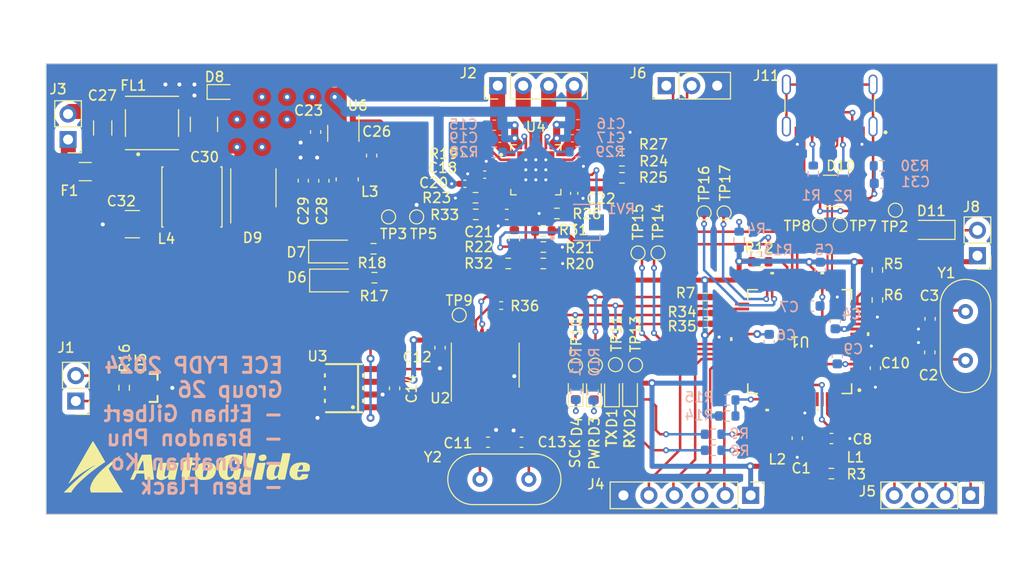
<source format=kicad_pcb>
(kicad_pcb (version 20221018) (generator pcbnew)
  (layers (0 "F.Cu" signal) (31 "B.Cu" signal) (34 "B.Paste" user) (35 "F.Paste" user) (36 "B.SilkS" user "B.Silkscreen") (37 "F.SilkS" user "F.Silkscreen") (38 "B.Mask" user) (39 "F.Mask" user) (44 "Edge.Cuts" user))
  (net 0 "")
  (net 1 "GND")
  (net 2 "Net-(U1-AVCC0)")
  (net 3 "Net-(U1-P213{slash}GTIOC0A{slash}XTAL)")
  (net 4 "Net-(U1-P212{slash}GTIOC0B{slash}EXTAL)")
  (net 5 "Net-(U2-~{RESET})")
  (net 6 "/MCU/MCU_3V3")
  (net 7 "Net-(U1-P010{slash}AN005{slash}VREFH0)")
  (net 8 "Net-(U1-VCL)")
  (net 9 "Net-(U2-OSC2)")
  (net 10 "Net-(U2-OSC1)")
  (net 11 "+12V")
  (net 12 "Net-(U4-CPI)")
  (net 13 "Net-(U4-CPO)")
  (net 14 "Net-(U4-VCP)")
  (net 15 "/Motor_Driver/5VOUT")
  (net 16 "Net-(U6-BST)")
  (net 17 "Net-(U6-SW)")
  (net 18 "+5V")
  (net 19 "-BATT")
  (net 20 "Net-(C30-Pad2)")
  (net 21 "/Connectors/SHIELD2")
  (net 22 "Net-(D1-K)")
  (net 23 "Net-(D2-K)")
  (net 24 "Net-(D3-K)")
  (net 25 "Net-(D4-K)")
  (net 26 "D13")
  (net 27 "/CAN/CAN_HI")
  (net 28 "/CAN/CAN_LOW")
  (net 29 "Net-(D6-K)")
  (net 30 "Net-(D6-A)")
  (net 31 "Net-(D7-K)")
  (net 32 "Net-(D7-A)")
  (net 33 "USB_D-")
  (net 34 "USB_D+")
  (net 35 "VUSB")
  (net 36 "+BATT")
  (net 37 "/Motor_Driver/OUTB2")
  (net 38 "/Motor_Driver/OUTB1")
  (net 39 "/Motor_Driver/OUTA1")
  (net 40 "/Motor_Driver/OUTA2")
  (net 41 "D12")
  (net 42 "D11")
  (net 43 "D10")
  (net 44 "D7")
  (net 45 "D6")
  (net 46 "D5")
  (net 47 "D4")
  (net 48 "D3")
  (net 49 "D2")
  (net 50 "D1")
  (net 51 "D0")
  (net 52 "~{RESET}")
  (net 53 "CC1")
  (net 54 "CC2")
  (net 55 "A0")
  (net 56 "A1")
  (net 57 "A2")
  (net 58 "A3")
  (net 59 "VUSB_DIODE")
  (net 60 "BOOT")
  (net 63 "/MCU/AREF")
  (net 64 "Net-(U1-P407{slash}USB_VBUS{slash}ADTRG0)")
  (net 65 "/MCU/P012")
  (net 66 "/MCU/P013")
  (net 67 "Net-(U1-NMI{slash}INPUT_ONLY_P200)")
  (net 68 "Net-(U1-GTIOC2A{slash}AN016{slash}P500)")
  (net 69 "Net-(U4-!ENN)")
  (net 70 "Net-(U4-MS1_AD0)")
  (net 71 "Net-(U4-MS2_AD1)")
  (net 72 "Net-(R22-Pad1)")
  (net 73 "Net-(U4-SPREAD)")
  (net 74 "Net-(U4-DIR)")
  (net 75 "Net-(U4-STEP)")
  (net 76 "Net-(U4-PDN_UART)")
  (net 77 "Net-(U4-STDBY)")
  (net 78 "Net-(U4-BRB)")
  (net 79 "Net-(U4-BRA)")
  (net 80 "Net-(U4-VREF)")
  (net 92 "D8")
  (net 93 "D9")
  (net 99 "/CAN/SOF")
  (net 107 "Net-(C27-Pad2)")
  (net 109 "Net-(C32-Pad2)")
  (net 117 "SDA_Accel")
  (net 118 "SCL_Accel")
  (net 121 "Net-(U1-CTX0{slash}TDO{slash}SWO{slash}GTIOC1A{slash}P109)")
  (net 122 "Net-(U1-GTIOC3A{slash}P111)")
  (net 123 "Net-(U1-GTIOC3B{slash}P112)")
  (net 124 "Net-(U2-SO)")
  (footprint "Resistor_SMD:R_0603_1608Metric" (layer "F.Cu") (at 149.8 65.9 180)
    (fp_text reference "R27")
    (fp_text value "100K")
  )
  (footprint "Capacitor_SMD:C_0603_1608Metric" (layer "F.Cu") (at 138.3 72.953752)
    (fp_text reference "C21")
    (fp_text value "4u7")
  )
  (footprint "Connector_PinHeader_2.54mm:PinHeader_1x02_P2.54mm_Vertical" (layer "F.Cu") (at 185.29 77.075 180)
    (fp_text reference "J8")
    (fp_text value "Conn_01x02")
  )
  (footprint "Resistor_SMD:R_0603_1608Metric" (layer "F.Cu") (at 141.95 74.6)
    (fp_text reference "R31")
    (fp_text value "10K")
  )
  (footprint "Diode_SMD:D_0603_1608Metric" (layer "F.Cu") (at 148.8 90.66907 90)
    (fp_text reference "D1")
    (fp_text value "LED")
  )
  (footprint "TestPoint:TestPoint_Pad_D1.0mm" (layer "F.Cu") (at 151.15 88)
    (fp_text reference "TP13")
    (fp_text value "TestPoint")
  )
  (footprint "Resistor_SMD:R_0603_1608Metric_Pad0.98x0.95mm_HandSolder" (layer "F.Cu") (at 125.09002 79.272598 180)
    (fp_text reference "R17")
    (fp_text value "270")
  )
  (footprint "Crystal:Crystal_HC49-U_Vertical" (layer "F.Cu") (at 140.5 99.4 180)
    (fp_text reference "Y2")
    (fp_text value "20M")
  )
  (footprint "TestPoint:TestPoint_Pad_D1.0mm" (layer "F.Cu") (at 177.1 72.53)
    (fp_text reference "TP2")
    (fp_text value "TestPoint")
  )
  (footprint "~ALL:IND_BLM18_0603_MUR" (layer "F.Cu") (at 170.7069 97.079811)
    (fp_text reference "L1")
    (fp_text value "BLM18PG471SN1D")
  )
  (footprint "TestPoint:TestPoint_Pad_D1.0mm" (layer "F.Cu") (at 126.5 73.2)
    (fp_text reference "TP3")
    (fp_text value "TestPoint")
  )
  (footprint "Package_SO:TSSOP-20_4.4x6.5mm_P0.65mm" (layer "F.Cu") (at 136.15 88 90)
    (fp_text reference "U2")
    (fp_text value "MCP2515-xST")
  )
  (footprint "Capacitor_SMD:C_0603_1608Metric" (layer "F.Cu") (at 175.1 88.3 90)
    (fp_text reference "C10")
    (fp_text value "4.7uF")
  )
  (footprint "Resistor_SMD:R_0402_1005Metric" (layer "F.Cu") (at 158.15 82.8)
    (fp_text reference "R34")
    (fp_text value "0")
  )
  (footprint "Resistor_SMD:R_0603_1608Metric_Pad0.98x0.95mm_HandSolder" (layer "F.Cu") (at 100.1 90.26 -90)
    (fp_text reference "R16")
    (fp_text value "120")
  )
  (footprint "Capacitor_SMD:C_0603_1608Metric" (layer "F.Cu") (at 131.6384 86.2625 -90)
    (fp_text reference "C12")
    (fp_text value "0.1u")
  )
  (footprint "Capacitor_SMD:C_0603_1608Metric" (layer "F.Cu") (at 139.768986 95.7)
    (fp_text reference "C13")
    (fp_text value "15p")
  )
  (footprint "TestPoint:TestPoint_Pad_D1.0mm" (layer "F.Cu") (at 171.59 74)
    (fp_text reference "TP7")
    (fp_text value "TestPoint")
  )
  (footprint "Capacitor_SMD:C_0603_1608Metric" (layer "F.Cu") (at 180.535184 86.726482 -90)
    (fp_text reference "C2")
    (fp_text value "15pF")
  )
  (footprint "Capacitor_SMD:C_0603_1608Metric" (layer "F.Cu") (at 119.215494 64.73 90)
    (fp_text reference "C23")
    (fp_text value "10u")
  )
  (footprint "Resistor_SMD:R_0603_1608Metric" (layer "F.Cu") (at 163.6069 77.679811)
    (fp_text reference "R12")
    (fp_text value "5.1k")
  )
  (footprint "~ALL:QFN50P500X500X90-29N" (layer "F.Cu") (at 141.2 68.5)
    (fp_text reference "U4")
    (fp_text value "TMC2209-LA")
  )
  (footprint "Resistor_SMD:R_0603_1608Metric" (layer "F.Cu") (at 149.8 67.6)
    (fp_text reference "R24")
    (fp_text value "2k")
  )
  (footprint "TestPoint:TestPoint_Pad_D1.0mm" (layer "F.Cu") (at 133.55 83)
    (fp_text reference "TP9")
    (fp_text value "TestPoint")
  )
  (footprint "Connector_PinHeader_2.54mm:PinHeader_1x02_P2.54mm_Vertical" (layer "F.Cu") (at 94.5 65.475 180)
    (fp_text reference "J3")
    (fp_text value "Conn_01x02")
  )
  (footprint "Capacitor_SMD:C_0402_1005Metric" (layer "F.Cu") (at 134.12 69.9 180)
    (fp_text reference "C20")
    (fp_text value "100n")
  )
  (footprint "Capacitor_SMD:C_0603_1608Metric" (layer "F.Cu") (at 167.3 95.3 90)
    (fp_text reference "C1")
    (fp_text value "100nF")
  )
  (footprint "~ALL:AutoGlideMedium" (layer "F.Cu") (at 106.544916 98.135627)
    (fp_text reference "G***" hide)
    (fp_text value "LOGO" hide)
  )
  (footprint "PESD1CAN:SOT23-3" (layer "F.Cu") (at 102.73 90.27 -90)
    (fp_text reference "D5")
    (fp_text value "PESD1CAN")
  )
  (footprint "Connector_PinHeader_2.54mm:PinHeader_1x04_P2.54mm_Vertical" (layer "F.Cu") (at 184.6 101 -90)
    (fp_text reference "J5")
    (fp_text value "Screw_Terminal_01x04")
  )
  (footprint "Diode_SMD:D_0603_1608Metric" (layer "F.Cu") (at 150.6 90.637567 90)
    (fp_text reference "D2")
    (fp_text value "LED")
  )
  (footprint "Resistor_SMD:R_0603_1608Metric" (layer "F.Cu") (at 135.178723 71.288741)
    (fp_text reference "R23")
    (fp_text value "10K")
  )
  (footprint "Capacitor_SMD:C_0603_1608Metric" (layer "F.Cu") (at 117.984107 69.582096 -90)
    (fp_text reference "C29")
    (fp_text value "22u")
  )
  (footprint "TJA1050:SOT96-1" (layer "F.Cu") (at 122.05 90.3 90)
    (fp_text reference "U3")
    (fp_text value "TJA1050")
  )
  (footprint "Package_TO_SOT_SMD:SOT-143" (layer "F.Cu") (at 170.55 70.6 180)
    (fp_text reference "D10")
    (fp_text value "PRTR5V0U2X,215")
  )
  (footprint "LED_SMD:LED_1206_3216Metric" (layer "F.Cu") (at 120.9 79.55)
    (fp_text reference "D6")
    (fp_text value "LED")
  )
  (footprint "TestPoint:TestPoint_Pad_D1.0mm" (layer "F.Cu") (at 158 72.8)
    (fp_text reference "TP16")
    (fp_text value "TestPoint")
  )
  (footprint "Diode_SMD:D_0603_1608Metric" (layer "F.Cu") (at 147 90.668784 90)
    (fp_text reference "D3")
    (fp_text value "LED")
  )
  (footprint "Resistor_SMD:R_0603_1608Metric" (layer "F.Cu") (at 134.4 66.9 90)
    (fp_text reference "R19")
    (fp_text value "10K")
  )
  (footprint "Capacitor_SMD:C_1210_3225Metric" (layer "F.Cu") (at 100.916833 73.93)
    (fp_text reference "C32")
    (fp_text value "10u")
  )
  (footprint "TestPoint:TestPoint_Pad_D1.0mm" (layer "F.Cu") (at 169.5 74)
    (fp_text reference "TP8")
    (fp_text value "TestPoint")
  )
  (footprint "Resistor_SMD:R_0603_1608Metric" (layer "F.Cu") (at 141.95 76.21 180)
    (fp_text reference "R21")
    (fp_text value "10K")
  )
  (footprint "TestPoint:TestPoint_Pad_D1.0mm" (layer "F.Cu") (at 151.4 76.8)
    (fp_text reference "TP15")
    (fp_text value "TestPoint")
  )
  (footprint "Diode_SMD:Nexperia_CFP3_SOD-123W" (layer "F.Cu") (at 180.79 74.5 180)
    (fp_text reference "D11")
    (fp_text value "PMEG6020AELRX")
  )
  (footprint "Crystal:Crystal_HC49-U_Vertical" (layer "F.Cu") (at 184.1 82.65 -90)
    (fp_text reference "Y1")
    (fp_text value "16MHz")
  )
  (footprint "Capacitor_SMD:C_0402_1005Metric" (layer "F.Cu") (at 145.028656 70.85 -90)
    (fp_text reference "C22")
    (fp_text value "100n")
  )
  (footprint "Resistor_SMD:R_0402_1005Metric" (layer "F.Cu") (at 158.1 81.2)
    (fp_text reference "R7")
    (fp_text value "0")
  )
  (footprint "Resistor_SMD:R_0603_1608Metric" (layer "F.Cu") (at 138.45 77.85 180)
    (fp_text reference "R32")
    (fp_text value "10K")
  )
  (footprint "Resistor_SMD:R_0603_1608Metric" (layer "F.Cu") (at 170.7069 98.829811)
    (fp_text reference "R3")
    (fp_text value "5.1k")
  )
  (footprint "Resistor_SMD:R_0402_1005Metric" (layer "F.Cu") (at 158.15 83.87)
    (fp_text reference "R35")
    (fp_text value "0")
  )
  (footprint "~ALL:FIL_DLW5BTZ251TQ2L" (layer "F.Cu") (at 102.87774 63.826236 180)
    (fp_text reference "FL1")
    (fp_text value "DLW5BTM251TQ2L")
  )
  (footprint "LED_SMD:LED_1206_3216Metric" (layer "F.Cu") (at 120.802584 76.659891)
    (fp_text reference "D7")
    (fp_text value "LED")
  )
  (footprint "TestPoint:TestPoint_Pad_D1.0mm" (layer "F.Cu") (at 147.15 88)
    (fp_text reference "TP12" hide)
    (fp_text value "TestPoint")
  )
  (footprint "Resistor_SMD:R_0603_1608Metric_Pad0.98x0.95mm_HandSolder" (layer "F.Cu") (at 124.997269 76.382488 180)
    (fp_text reference "R18")
    (fp_text value "270")
  )
  (footprint "Resistor_SMD:R_0603_1608Metric" (layer "F.Cu") (at 149.8 69.3)
    (fp_text reference "R25")
    (fp_text value "2k")
  )
  (footprint "Resistor_SMD:R_0402_1005Metric" (layer "F.Cu") (at 137.74 82.05 180)
    (fp_text reference "R36")
    (fp_text value "0")
  )
  (footprint "Capacitor_SMD:C_0603_1608Metric" (layer "F.Cu") (at 170.7069 95.329811 180)
    (fp_text reference "C8")
    (fp_text value "1uF")
  )
  (footprint "TestPoint:TestPoint_Pad_D1.0mm" (layer "F.Cu") (at 145.15 88.05)
    (fp_text reference "TP10")
    (fp_text value "TestPoint")
  )
  (footprint "~ALL:IND_VLS6045EX-100M" (layer "F.Cu") (at 106.866833 71.211397 -90)
    (fp_text reference "L4")
    (fp_text value "VLS6045EX-100M")
  )
  (footprint "~ALL:VALCON_CSP-USC16-TR" (layer "F.Cu") (at 170.542173 64.76 180)
    (fp_text reference "J11")
    (fp_text value "CSP-USC16-TR")
  )
  (footprint "TestPoint:TestPoint_Pad_D1.0mm" (layer "F.Cu") (at 160 72.8)
    (fp_text reference "TP17")
    (fp_text value "TestPoint")
  )
  (footprint "Resistor_SMD:R_0603_1608Metric" (layer "F.Cu") (at 139.05 75.35 90)
    (fp_text reference "R22")
    (fp_text value "10K")
  )
  (footprint "Resistor_SMD:R_0603_1608Metric" (layer "F.Cu") (at 141.95 77.85 180)
    (fp_text reference "R20")
    (fp_text value "10K")
  )
  (footprint "Diode_SMD:D_0603_1608Metric" (layer "F.Cu") (at 145.175108 90.647321 90)
    (fp_text reference "D4")
    (fp_text value "LED")
  )
  (footprint "Capacitor_SMD:C_1206_3216Metric" (layer "F.Cu") (at 97.957242 64.323586 -90)
    (fp_text reference "C27")
    (fp_text value "1u")
  )
  (footprint "Capacitor_SMD:C_0603_1608Metric" (layer "F.Cu") (at 136.425 95.7 180)
    (fp_text reference "C11")
    (fp_text value "15p")
  )
  (footprint "TestPoint:TestPoint_Pad_D1.0mm" (layer "F.Cu") (at 153.4 76.8)
    (fp_text reference "TP14")
    (fp_text value "TestPoint")
  )
  (footprint "R7FA4M1AB3CFM:PLQP0064KB-C_REN" (layer "F.Cu") (at 167.5469 85.649811 180)
    (fp_text reference "U1")
    (fp_text value "R7FA4M1AB3CFM")
  )
  (footprint "Resistor_SMD:R_0603_1608Metric" (layer "F.Cu") (at 175.3 81.5 -90)
    (fp_text reference "R6")
    (fp_text value "10k")
  )
  (footprint "Diode_SMD:D_0603_1608Metric" (layer "F.Cu") (at 109.866833 60.73)
    (fp_text reference "D8")
    (fp_text value "5.0SMDJ16CA")
  )
  (footprint "TestPoint:TestPoint_Pad_D1.0mm" (layer "F.Cu") (at 129.3 73.2)
    (fp_text reference "TP5")
    (fp_text value "TestPoint")
  )
  (footprint "Package_TO_SOT_SMD:TSOT-23-6" (layer "F.Cu") (at 121.9811 64.856985 -90)
    (fp_text reference "U6")
    (fp_text value "AP63205WU-7")
  )
  (footprint "TestPoint:TestPoint_Pad_D1.0mm" (layer "F.Cu") (at 149.15 87.95)
    (fp_text reference "TP11")
    (fp_text value "TestPoint")
  )
  (footprint "Capacitor_SMD:C_0603_1608Metric" (layer "F.Cu") (at 124.806679 67.077317 -90)
    (fp_text reference "C26")
    (fp_text value "100n")
  )
  (footprint "Connector_PinHeader_2.54mm:PinHeader_1x06_P2.54mm_Vertical" (layer "F.Cu") (at 162.65 101 -90)
    (fp_text reference "J4")
    (fp_text value "Screw_Terminal_01x06")
  )
  (footprint "Capacitor_SMD:C_0603_1608Metric" (layer "F.Cu") (at 120.039609 69.591397 -90)
    (fp_text reference "C28")
    (fp_text value "22u")
  )
  (footprint "Capacitor_SMD:C_1210_3225Metric" (layer "F.Cu") (at 108.066833 63.961397 -90)
    (fp_text reference "C30")
    (fp_text value "10u")
  )
  (footprint "Resistor_SMD:R_0603_1608Metric" (layer "F.Cu") (at 175.3 78.5 -90)
    (fp_text reference "R5")
    (fp_text value "5.1k")
  )
  (footprint "Capacitor_SMD:C_0603_1608Metric" (layer "F.Cu") (at 127.1 90.315 -90)
    (fp_text reference "C14")
    (fp_text value "0.1u")
  )
  (footprint "Capacitor_SMD:C_0603_1608Metric" (layer "F.Cu") (at 180.561424 83.38093 90)
    (fp_text reference "C3")
    (fp_text value "15pF")
  )
  (footprint "~ALL:INDC2520X120N" (layer "F.Cu") (at 122.366833 69.451397 -90)
    (fp_text reference "L3")
    (fp_text value "DFE252012F-4R7M=P2")
  )
  (footprint "Package_TO_SOT_SMD:Nexperia_CFP15_SOT-1289" (layer "F.Cu") (at 113 70.3 -90)
    (fp_text reference "D9")
    (fp_text value "PMEG030V050EPD")
  )
  (footprint "Connector_PinHeader_2.54mm:PinHeader_1x02_P2.54mm_Vertical" (layer "F.Cu") (at 95.272339 91.588648 180)
    (fp_text reference "J1")
    (fp_text value "CAN_OUT")
  )
  (footprint "Capacitor_SMD:C_0402_1005Metric" (layer "F.Cu") (at 136.1 68.98 180)
    (fp_text reference "C18")
    (fp_text value "22n")
  )
  (footprint "~ALL:IND_BLM18_0603_MUR" (layer "F.Cu") (at 165.6 95.3 -90)
    (fp_text reference "L2")
    (fp_text value "BLM18PG471SN1D")
  )
  (footprint "Resistor_SMD:R_0603_1608Metric" (layer "F.Cu") (at 143.3 72.86)
    (fp_text reference "R26")
    (fp_text value "10K")
  )
  (footprint "Connector_PinHeader_2.54mm:PinHeader_1x03_P2.54mm_Vertical" (layer "F.Cu") (at 154.225 60.1 90)
    (fp_text reference "J6")
    (fp_text value "Conn_01x03")
  )
  (footprint "Connector_PinHeader_2.54mm:PinHeader_1x04_P2.54mm_Vertical" (layer "F.Cu") (at 137.4 60.1 90)
    (fp_text reference "J2")
    (fp_text value "Screw_Terminal_01x04")
  )
  (footprint "Resistor_SMD:R_0603_1608Metric" (layer "F.Cu") (at 135.2 72.95 180)
    (fp_text reference "R33")
    (fp_text value "10K")
  )
  (footprint "Fuse:Fuse_1206_3216Metric" (layer "F.Cu") (at 96.216833 68.68)
    (fp_text reference "F1")
    (fp_text value "0685T3000-01")
  )
  (footprint "~ALL:TRIM_TC33X-2-103E" (layer "B.Cu") (at 145.805335 73.75)
    (fp_text reference "RV1")
    (fp_text value "10K")
  )
  (footprint "Capacitor_SMD:C_0603_1608Metric" (layer "B.Cu") (at 164.5 85.7 90)
    (fp_text reference "C6")
    (fp_text value "100nF")
  )
  (footprint "Resistor_SMD:R_0603_1608Metric" (layer "B.Cu") (at 161.5 75.5 90)
    (fp_text reference "R4")
    (fp_text value "5.1k")
  )
  (footprint "Resistor_SMD:R_0603_1608Metric" (layer "B.Cu") (at 175.762923 68.1)
    (fp_text reference "R30")
    (fp_text value "1M")
  )
  (footprint "Capacitor_SMD:C_0603_1608Metric" (layer "B.Cu") (at 137.05 64.05)
    (fp_text reference "C15")
    (fp_text value "4u7")
  )
  (footprint "Capacitor_SMD:C_0603_1608Metric" (layer "B.Cu") (at 145.4 64 180)
    (fp_text reference "C16")
    (fp_text value "4u7")
  )
  (footprint "Capacitor_SMD:C_0402_1005Metric" (layer "B.Cu") (at 137.6 65.4)
    (fp_text reference "C19")
    (fp_text value "100n")
  )
  (footprint "Resistor_SMD:R_0603_1608Metric" (layer "B.Cu") (at 160.3069 91.479811 180)
    (fp_text reference "R15")
    (fp_text value "13.7k")
  )
  (footprint "Resistor_SMD:R_0603_1608Metric" (layer "B.Cu") (at 158.9 94.9)
    (fp_text reference "R9")
    (fp_text value "330")
  )
  (footprint "Resistor_SMD:R_0603_1608Metric" (layer "B.Cu") (at 145.4 66.7 180)
    (fp_text reference "R29")
    (fp_text value "0R11")
  )
  (footprint "Resistor_SMD:R_0603_1608Metric" (layer "B.Cu") (at 171.9 68.9 -90)
    (fp_text reference "R2")
    (fp_text value "5.1k")
  )
  (footprint "Resistor_SMD:R_0603_1608Metric" (layer "B.Cu") (at 145.2069 90.618784 90)
    (fp_text reference "R11")
    (fp_text value "330")
  )
  (footprint "Resistor_SMD:R_0603_1608Metric" (layer "B.Cu") (at 163.2 76.9 90)
    (fp_text reference "R13")
    (fp_text value "5.1k")
  )
  (footprint "Resistor_SMD:R_0603_1608Metric" (layer "B.Cu") (at 137.05 66.75)
    (fp_text reference "R28")
    (fp_text value "0R11")
  )
  (footprint "Resistor_SMD:R_0603_1608Metric" (layer "B.Cu") (at 158.9 96.5)
    (fp_text reference "R8")
    (fp_text value "330")
  )
  (footprint "Resistor_SMD:R_0603_1608Metric" (layer "B.Cu") (at 146.9069 90.718784 90)
    (fp_text reference "R10")
    (fp_text value "330")
  )
  (footprint "Resistor_SMD:R_0603_1608Metric" (layer "B.Cu") (at 168.9 68.9 -90)
    (fp_text reference "R1")
    (fp_text value "5.1k")
  )
  (footprint "Capacitor_SMD:C_0603_1608Metric" (layer "B.Cu") (at 175.762923 69.85 180)
    (fp_text reference "C31")
    (fp_text value "4.7nF")
  )
  (footprint "Capacitor_SMD:C_0603_1608Metric" (layer "B.Cu") (at 171.1 83.6 -90)
    (fp_text reference "C4")
    (fp_text value "4.7uF")
  )
  (footprint "Capacitor_SMD:C_0603_1608Metric" (layer "B.Cu") (at 169.6 78.5 90)
    (fp_text reference "C5")
    (fp_text value "100nF")
  )
  (footprint "Capacitor_SMD:C_0402_1005Metric" (layer "B.Cu") (at 144.85 65.35 180)
    (fp_text reference "C17")
    (fp_text value "100n")
  )
  (footprint "Resistor_SMD:R_0603_1608Metric" (layer "B.Cu") (at 160.3069 93.079811)
    (fp_text reference "R14")
    (fp_text value "100k")
  )
  (footprint "Capacitor_SMD:C_0603_1608Metric" (layer "B.Cu") (at 171.3 87.1 -90)
    (fp_text reference "C9")
    (fp_text value "100nF")
  )
  (footprint "Capacitor_SMD:C_0603_1608Metric" (layer "B.Cu") (at 168.8 82.1)
    (fp_text reference "C7")
    (fp_text value "4.7uF")
  )
  (gr_circle (center 173.5 90.5) (end 173.6 90.5) (stroke (width 0.2)) (fill none) (layer "F.SilkS"))
  (gr_rect (start 92.3 57.9) (end 187.3 102.9) (stroke (width 0.1)) (fill none) (layer "Edge.Cuts"))
  (gr_text "ECE FYDP 2024\nGroup 26\n- Ethan Gilbert\n- Brandon Phu\n- Jonathan Ko\n- Ben Flack" (at 116.13 100.99) (layer "B.SilkS") (effects (font (size 1.5 1.5) (thickness 0.3) bold) (justify left bottom mirror)))
  (gr_text "SCK" (at 145.7 98.4 90) (layer "F.SilkS") (effects (font (size 1 1) (thickness 0.16)) (justify left bottom)))
  (gr_text "PWR" (at 147.625 98.55 90) (layer "F.SilkS") (effects (font (size 1 1) (thickness 0.16)) (justify left bottom)))
  (gr_text "TX" (at 149.35 96.3 90) (layer "F.SilkS") (effects (font (size 1 1) (thickness 0.2) bold) (justify left bottom)))
  (gr_text "RX" (at 151.15 96.45 90) (layer "F.SilkS") (effects (font (size 1 1) (thickness 0.2) bold) (justify left bottom)))
  (segment (start 159.5 85.2) (end 159.699748 85.399748) (width 0.25) (layer "F.Cu") (net 1))
  (segment (start 171.3 81.2) (end 171.3 79.898866) (width 0.25) (layer "F.Cu") (net 1))
  (segment (start 138.981988 95.688002) (end 138.993986 95.7) (width 0.25) (layer "F.Cu") (net 1))
  (segment (start 142.475 72.86) (end 141.53 72.86) (width 0.25) (layer "F.Cu") (net 1))
  (segment (start 145.6 68.5) (end 143.65 68.5) (width 0.25) (layer "F.Cu") (net 1))
  (segment (start 134.4 68.9) (end 134.4 67.725) (width 0.25) (layer "F.Cu") (net 1))
  (segment (start 142.2 70.95) (end 142.2 72.875) (width 0.25) (layer "F.Cu") (net 1))
  (segment (start 167.3 96.075) (end 167.3 97.2) (width 0.25) (layer "F.Cu") (net 1))
  (segment (start 167.192173 65.835711) (end 167.31 65.953538) (width 0.25) (layer "F.Cu") (net 1))
  (segment (start 145.028656 71.33) (end 145.83 71.33) (width 0.25) (layer "F.Cu") (net 1))
  (segment (start 180.317354 84.4) (end 180.561424 84.15593) (width 0.25) (layer "F.Cu") (net 1))
  (segment (start 179.4 84.4) (end 180.317354 84.4) (width 0.25) (layer "F.Cu") (net 1))
  (segment (start 175.1 90.2) (end 175.1 89.075) (width 0.25) (layer "F.Cu") (net 1))
  (segment (start 159.699748 85.399748) (end 161.7938 85.399748) (width 0.25) (layer "F.Cu") (net 1))
  (segment (start 139.075 90.8625) (end 139.075 89.125) (width 0.25) (layer "F.Cu") (net 1))
  (segment (start 173.892173 65.821365) (end 173.76 65.953538) (width 0.25) (layer "F.Cu") (net 1))
  (segment (start 168.0569 92.779811) (end 167.796963 92.519874) (width 0.25) (layer "F.Cu") (net 1))
  (segment (start 159.555 60.2) (end 159.305 60.45) (width 0.25) (layer "F.Cu") (net 1))
  (segment (start 139.075 89.125) (end 139.05 89.1) (width 0.25) (layer "F.Cu") (net 1))
  (segment (start 138.981988 94.518409) (end 138.981988 95.688002) (width 0.25) (layer "F.Cu") (net 1))
  (segment (start 145.95 68.15) (end 145.6 68.5) (width 0.25) (layer "F.Cu") (net 1))
  (segment (start 171.3 79.898866) (end 171.297845 79.896711) (width 0.25) (layer "F.Cu") (net 1))
  (segment (start 133.4 71.3) (end 134.342464 71.3) (width 0.25) (layer "F.Cu") (net 1))
  (segment (start 173.3 85.899874) (end 174.499874 85.899874) (width 0.25) (layer "F.Cu") (net 1))
  (segment (start 137.55 68) (end 138.75 68) (width 0.25) (layer "F.Cu") (net 1))
  (segment (start 119.4 93.265) (end 119.4 92.205) (width 0.25) (layer "F.Cu") (net 1))
  (segment (start 142.2 72.875) (end 142.275 72.95) (width 0.25) (layer "F.Cu") (net 1))
  (segment (start 97.985436 73.93) (end 97.966833 73.948603) (width 0.25) (layer "F.Cu") (net 1))
  (segment (start 126.945 90.935) (end 127.1 91.09) (width 0.25) (layer "F.Cu") (net 1))
  (segment (start 125.9 90.935) (end 126.667445 90.935) (width 0.25) (layer "F.Cu") (net 1))
  (segment (start 143.74 76.21) (end 143.75 76.2) (width 0.25) (layer "F.Cu") (net 1))
  (segment (start 141.53 72.86) (end 141.52 72.85) (width 0.25) (layer "F.Cu") (net 1))
  (segment (start 171.4819 95.329811) (end 172.5569 95.329811) (width 0.25) (layer "F.Cu") (net 1))
  (segment (start 167.192173 64.76) (end 167.192173 65.835711) (width 0.25) (layer "F.Cu") (net 1))
  (segment (start 137.45 74.1) (end 137.45 73.028752) (width 0.25) (layer "F.Cu") (net 1))
  (segment (start 131.625 88.3125) (end 131.625 87.0509) (width 0.25) (layer "F.Cu") (net 1))
  (segment (start 134.342464 71.3) (end 134.353723 71.288741) (width 0.25) (layer "F.Cu") (net 1))
  (segment (start 150.625 66.026306) (end 150.625 64.766887) (width 0.25) (layer "F.Cu") (net 1))
  (segment (start 99.441833 73.93) (end 97.985436 73.93) (width 0.25) (layer "F.Cu") (net 1))
  (segment (start 131.625 87.0509) (end 131.6384 87.0375) (width 0.25) (layer "F.Cu") (net 1))
  (segment (start 173.892173 64.76) (end 173.892173 65.821365) (width 0.25) (layer "F.Cu") (net 1))
  (segment (start 129.3 72) (end 129.3 73.2) (width 0.25) (layer "F.Cu") (net 1))
  (segment (start 136.25 67.65) (end 137.2 67.65) (width 0.25) (layer "F.Cu") (net 1))
  (segment (start 175.3 83.2) (end 175.3 82.325) (width 0.25) (layer "F.Cu") (net 1))
  (segment (start 137.231988 94.468409) (end 137.231988 95.668012) (width 0.25) (layer "F.Cu") (net 1))
  (segment (start 137.231988 95.668012) (end 137.2 95.7) (width 0.25) (layer "F.Cu") (net 1))
  (segment (start 145.83 71.33) (end 145.85 71.35) (width 0.25) (layer "F.Cu") (net 1))
  (segment (start 174.499874 85.899874) (end 174.7 86.1) (width 0.25) (layer "F.Cu") (net 1))
  (segment (start 104.91 90.27) (end 103.83 90.27) (width 0.25) (layer "F.Cu") (net 1))
  (segment (start 180.333702 85.75) (end 180.535184 85.951482) (width 0.25) (layer "F.Cu") (net 1))
  (segment (start 179.4 85.75) (end 180.333702 85.75) (width 0.25) (layer "F.Cu") (net 1))
  (segment (start 142.775 77.85) (end 143.75 77.85) (width 0.25) (layer "F.Cu") (net 1))
  (segment (start 137.2 67.65) (end 137.55 68) (width 0.25) (layer "F.Cu") (net 1))
  (segment (start 167.796963 92.519874) (end 167.796963 91.402911) (width 0.25) (layer "F.Cu") (net 1))
  (segment (start 137.45 73.028752) (end 137.525 72.953752) (width 0.25) (layer "F.Cu") (net 1))
  (segment (start 124.7 90.935) (end 126.945 90.935) (width 0.25) (layer "F.Cu") (net 1))
  (segment (start 142.775 76.21) (end 143.74 76.21) (width 0.25) (layer "F.Cu") (net 1))
  (segment (start 126.667445 90.935) (end 126.822445 91.09) (width 0.25) (layer "F.Cu") (net 1))
  (via (at 107.116833 61.08) (size 0.8) (drill 0.4) (layers "F.Cu" "B.Cu") (net 1))
  (via (at 174.7 86.1) (size 0.6) (drill 0.3) (layers "F.Cu" "B.Cu") (net 1))
  (via (at 117.716833 65.78) (size 0.8) (drill 0.4) (layers "F.Cu" "B.Cu") (net 1))
  (via (at 139.05 89.1) (size 0.8) (drill 0.4) (layers "F.Cu" "B.Cu") (net 1))
  (via (at 119.4 93.265) (size 0.8) (drill 0.4) (layers "F.Cu" "B.Cu") (net 1))
  (via (at 136.25 67.65) (size 0.6) (drill 0.3) (layers "F.Cu" "B.Cu") (net 1))
  (via (at 167.3 97.2) (size 0.6) (drill 0.3) (layers "F.Cu" "B.Cu") (net 1))
  (via (at 104.91 90.27) (size 0.8) (drill 0.4) (layers "F.Cu" "B.Cu") (net 1))
  (via (at 125.9 90.935) (size 0.8) (drill 0.4) (layers "F.Cu" "B.Cu") (net 1))
  (via (at 107.116833 59.98) (size 0.8) (drill 0.4) (layers "F.Cu" "B.Cu") (net 1))
  (via (at 143.88 77.86) (size 0.6) (drill 0.3) (layers "F.Cu" "B.Cu") (net 1))
  (via (at 175.1 90.2) (size 0.6) (drill 0.3) (layers "F.Cu" "B.Cu") (net 1))
  (via (at 117.711379 67.280485) (size 0.8) (drill 0.4) (layers "F.Cu" "B.Cu") (net 1))
  (via (at 141.2 69.5) (size 0.6) (drill 0.3) (layers "F.Cu" "B.Cu") (net 1))
  (via (at 104.216833 59.98) (size 0.8) (drill 0.4) (layers "F.Cu" "B.Cu") (net 1))
  (via (at 140.2 69.5) (size 0.6) (drill 0.3) (layers "F.Cu" "B.Cu") (net 1))
  (via (at 150.608113 64.75) (size 0.6) (drill 0.3) (layers "F.Cu" "B.Cu") (net 1))
  (via (at 131.625 88.3125) (size 0.8) (drill 0.4) (layers "F.Cu" "B.Cu") (net 1))
  (via (at 141.53 72.86) (size 0.6) (drill 0.3) (layers "F.Cu" "B.Cu") (net 1))
  (via (at 97.966833 73.948603) (size 0.8) (drill 0.4) (layers "F.Cu" "B.Cu") (net 1))
  (via (at 119.366833 67.28) (size 0.8) (drill 0.4) (layers "F.Cu" "B.Cu") (net 1))
  (via (at 175.3 83.2) (size 0.6) (drill 0.3) (layers "F.Cu" "B.Cu") (net 1))
  (via (at 141.2 68.5) (size 0.6) (drill 0.3) (layers "F.Cu" "B.Cu") (net 1))
  (via (at 142.2 68.5) (size 0.6) (drill 0.3) (layers "F.Cu" "B.Cu") (net 1))
  (via (at 129.3 72) (size 0.8) (drill 0.4) (layers "F.Cu" "B.Cu") (net 1))
  (via (at 142.2 67.5) (size 0.6) (drill 0.3) (layers "F.Cu" "B.Cu") (net 1))
  (via (at 140.2 68.5) (size 0.6) (drill 0.3) (layers "F.Cu" "B.Cu") (net 1))
  (via (at 171.3 81.2) (size 0.6) (drill 0.3) (layers "F.Cu" "B.Cu") (net 1))
  (via (at 140.2 67.5) (size 0.6) (drill 0.3) (layers "F.Cu" "B.Cu") (net 1))
  (via (at 167.31 65.953538) (size 0.6) (drill 0.3) (layers "F.Cu" "B.Cu") (net 1))
  (via (at 173.76 65.953538) (size 0.6) (drill 0.3) (layers "F.Cu" "B.Cu") (net 1))
  (via (at 168.0569 92.779811) (size 0.6) (drill 0.3) (layers "F.Cu" "B.Cu") (net 1))
  (via (at 133.17 71.32) (size 0.6) (drill 0.3) (layers "F.Cu" "B.Cu") (net 1))
  (via (at 141.2 67.5) (size 0.6) (drill 0.3) (layers "F.Cu" "B.Cu") (net 1))
  (via (at 179.4 85.75) (size 0.6) (drill 0.3) (layers "F.Cu" "B.Cu") (net 1))
  (via (at 143.85 76.22) (size 0.6) (drill 0.3) (layers "F.Cu" "B.Cu") (net 1))
  (via (at 179.4 84.4) (size 0.6) (drill 0.3) (layers "F.Cu" "B.Cu") (net 1))
  (via (at 134.4 68.9) (size 0.6) (drill 0.3) (layers "F.Cu" "B.Cu") (net 1))
  (via (at 105.616833 59.98) (size 0.8) (drill 0.4) (layers "F.Cu" "B.Cu") (net 1))
  (via (at 145.91 71.35) (size 0.6) (drill 0.3) (layers "F.Cu" "B.Cu") (net 1))
  (via (at 138.981988 94.518409) (size 0.8) (drill 0.4) (layers "F.Cu" "B.Cu") (net 1))
  (via (at 159.5 85.2) (size 0.6) (drill 0.3) (layers "F.Cu" "B.Cu") (net 1))
  (via (at 172.5569 95.329811) (size 0.6) (drill 0.3) (layers "F.Cu" "B.Cu") (net 1))
  (via (at 137.45 74.1) (size 0.6) (drill 0.3) (layers "F.Cu" "B.Cu") (net 1))
  (via (at 142.2 69.5) (size 0.6) (drill 0.3) (layers "F.Cu" "B.Cu") (net 1))
  (via (at 137.231988 94.468409) (size 0.8) (drill 0.4) (layers "F.Cu" "B.Cu") (net 1))
  (via (at 145.95 68.15) (size 0.6) (drill 0.3) (layers "F.Cu" "B.Cu") (net 1))
  (segment (start 167.3 94.525) (end 165.6257 94.525) (width 0.25) (layer "F.Cu") (net 2))
  (segment (start 167.296837 94.321837) (end 167.3 94.325) (width 0.25) (layer "F.Cu") (net 2))
  (segment (start 167.296837 91.402911) (end 167.296837 94.321837) (width 0.25) (layer "F.Cu") (net 2))
  (segment (start 165.6257 94.525) (end 165.6 94.5507) (width 0.25) (layer "F.Cu") (net 2))
  (segment (start 175.399748 85.399748) (end 173.3 85.399748) (width 0.25) (layer "F.Cu") (net 3))
  (segment (start 180.535184 87.501482) (end 177.501482 87.501482) (width 0.25) (layer "F.Cu") (net 3))
  (segment (start 177.501482 87.501482) (end 175.399748 85.399748) (width 0.25) (layer "F.Cu") (net 3))
  (segment (start 184.5 87.43) (end 180.606666 87.43) (width 0.25) (layer "F.Cu") (net 3))
  (segment (start 180.606666 87.43) (end 180.535184 87.501482) (width 0.25) (layer "F.Cu") (net 3))
  (segment (start 175.300378 84.899622) (end 173.3 84.899622) (width 0.25) (layer "F.Cu") (net 4))
  (segment (start 180.617354 82.55) (end 180.561424 82.60593) (width 0.25) (layer "F.Cu") (net 4))
  (segment (start 177.59407 82.60593) (end 175.300378 84.899622) (width 0.25) (layer "F.Cu") (net 4))
  (segment (start 184.5 82.55) (end 180.617354 82.55) (width 0.25) (layer "F.Cu") (net 4))
  (segment (start 180.561424 82.60593) (end 177.59407 82.60593) (width 0.25) (layer "F.Cu") (net 4))
  (segment (start 133.875 83.325) (end 133.55 83) (width 0.25) (layer "F.Cu") (net 5))
  (segment (start 133.875 85.1375) (end 133.875 83.325) (width 0.25) (layer "F.Cu") (net 5))
  (segment (start 170.3 87.9) (end 169.8 87.4) (width 0.25) (layer "F.Cu") (net 6))
  (segment (start 169.8 87.4) (end 169.8 81.2) (width 0.25) (layer "F.Cu") (net 6))
  (segment (start 173.3 87.900378) (end 172.311926 87.900378) (width 0.25) (layer "F.Cu") (net 6))
  (segment (start 172.1 87.9) (end 170.3 87.9) (width 0.25) (layer "F.Cu") (net 6))
  (segment (start 172.311926 87.900378) (end 172.311548 87.9) (width 0.25) (layer "F.Cu") (net 6))
  (segment (start 169.797467 79.896711) (end 169.797467 81.097467) (width 0.25) (layer "F.Cu") (net 6))
  (via (at 172.1 87.9) (size 0.6) (drill 0.3) (layers "F.Cu" "B.Cu") (net 6))
  (via (at 169.8 81.2) (size 0.6) (drill 0.3) (layers "F.Cu" "B.Cu") (net 6))
  (segment (start 169.8 82.075) (end 169.775 82.1) (width 0.25) (layer "B.Cu") (net 6))
  (segment (start 172.075 87.875) (end 172.1 87.9) (width 0.25) (layer "B.Cu") (net 6))
  (segment (start 171.3 87.875) (end 172.075 87.875) (width 0.25) (layer "B.Cu") (net 6))
  (segment (start 169.8 81.2) (end 169.8 82.075) (width 0.25) (layer "B.Cu") (net 6))
  (segment (start 169.9319 97.054111) (end 169.9576 97.079811) (width 0.25) (layer "F.Cu") (net 7))
  (segment (start 168.797215 91.402911) (end 168.797215 94.870126) (width 0.25) (layer "F.Cu") (net 7))
  (segment (start 169.9319 95.329811) (end 169.9319 97.054111) (width 0.25) (layer "F.Cu") (net 7))
  (segment (start 169.879118 96.975748) (end 170.071404 97.168034) (width 0.25) (layer "F.Cu") (net 7))
  (segment (start 169.2569 95.329811) (end 169.9319 95.329811) (width 0.25) (layer "F.Cu") (net 7))
  (segment (start 168.797215 94.870126) (end 169.2569 95.329811) (width 0.25) (layer "F.Cu") (net 7))
  (segment (start 173.3 87.400252) (end 175.400252 87.400252) (width 0.25) (layer "F.Cu") (net 8))
  (segment (start 137.775 90.8625) (end 137.775 91.8125) (width 0.25) (layer "F.Cu") (net 9))
  (segment (start 135.65 95.7) (end 135.62 95.73) (width 0.25) (layer "F.Cu") (net 9))
  (segment (start 135.65 93.9375) (end 135.65 95.7) (width 0.25) (layer "F.Cu") (net 9))
  (segment (start 135.62 95.73) (end 135.62 99.4) (width 0.25) (layer "F.Cu") (net 9))
  (segment (start 137.775 91.8125) (end 135.65 93.9375) (width 0.25) (layer "F.Cu") (net 9))
  (segment (start 140.543986 94.093986) (end 140.543986 95.7) (width 0.25) (layer "F.Cu") (net 10))
  (segment (start 138.425 91.8125) (end 140.543986 93.931486) (width 0.25) (layer "F.Cu") (net 10))
  (segment (start 140.543986 93.931486) (end 140.543986 94.093986) (width 0.25) (layer "F.Cu") (net 10))
  (segment (start 140.543986 95.7) (end 140.5 95.743986) (width 0.25) (layer "F.Cu") (net 10))
  (segment (start 140.5 95.743986) (end 140.5 99.4) (width 0.25) (layer "F.Cu") (net 10))
  (segment (start 138.425 90.8625) (end 138.425 91.8125) (width 0.25) (layer "F.Cu") (net 10))
  (segment (start 139.09 65.34) (end 139.1 65.35) (width 0.7) (layer "F.Cu") (net 11))
  (segment (start 143.28 65.33) (end 143.3 65.35) (width 0.7) (layer "F.Cu") (net 11))
  (segment (start 143.28 64) (end 143.28 65.33) (width 0.7) (layer "F.Cu") (net 11))
  (segment (start 132.8 69.9) (end 133.64 69.9) (width 0.5) (layer "F.Cu") (net 11))
  (segment (start 139.09 64.05) (end 139.09 65.34) (width 0.7) (layer "F.Cu") (net 11))
  (via (at 139.1 65.35) (size 0.8) (drill 0.4) (layers "F.Cu" "B.Cu") (net 11))
  (via (at 116.366833 61.23) (size 0.8) (drill 0.4) (layers "F.Cu" "B.Cu") (net 11))
  (via (at 116.366833 63.48) (size 0.8) (drill 0.4) (layers "F.Cu" "B.Cu") (net 11))
  (via (at 139.09 64.05) (size 0.8) (drill 0.4) (layers "F.Cu" "B.Cu") (net 11))
  (via (at 132.8 69.9) (size 0.6) (drill 0.3) (layers "F.Cu" "B.Cu") (net 11))
  (via (at 111.366833 66.23) (size 0.8) (drill 0.4) (layers "F.Cu" "B.Cu") (net 11))
  (via (at 121.116833 61.23) (size 0.8) (drill 0.4) (layers "F.Cu" "B.Cu") (net 11))
  (via (at 111.366833 63.48) (size 0.8) (drill 0.4) (layers "F.Cu" "B.Cu") (net 11))
  (via (at 113.866833 66.23) (size 0.8) (drill 0.4) (layers "F.Cu" "B.Cu") (net 11))
  (via (at 118.866833 61.23) (size 0.8) (drill 0.4) (layers "F.Cu" "B.Cu") (net 11))
  (via (at 113.866833 61.23) (size 0.8) (drill 0.4) (layers "F.Cu" "B.Cu") (net 11))
  (via (at 113.866833 63.48) (size 0.8) (drill 0.4) (layers "F.Cu" "B.Cu") (net 11))
  (via (at 143.28 64) (size 0.8) (drill 0.4) (layers "F.Cu" "B.Cu") (net 11))
  (via (at 143.3 65.35) (size 0.8) (drill 0.4) (layers "F.Cu" "B.Cu") (net 11))
  (segment (start 138.08 65.4) (end 138.08 64.305) (width 0.7) (layer "B.Cu") (net 11))
  (segment (start 137.85 62.87) (end 138.02 62.7) (width 1) (layer "B.Cu") (net 11))
  (segment (start 137.85 64.025) (end 137.85 62.87) (width 1) (layer "B.Cu") (net 11))
  (segment (start 122.2 62.7) (end 122.22 62.68) (width 1) (layer "B.Cu") (net 11))
  (segment (start 144.37 64.255) (end 144.625 64) (width 0.7) (layer "B.Cu") (net 11))
  (segment (start 131.48 62.68) (end 131.5 62.7) (width 1) (layer "B.Cu") (net 11))
  (segment (start 122.22 62.68) (end 131.48 62.68) (width 1) (layer "B.Cu") (net 11))
  (segment (start 144.575 64.05) (end 144.625 64) (width 0.25) (layer "B.Cu") (net 11))
  (segment (start 139.05 65.4) (end 139.1 65.35) (width 0.25) (layer "B.Cu") (net 11))
  (segment (start 131.5 62.7) (end 138.02 62.7) (width 1) (layer "B.Cu") (net 11))
  (segment (start 144.625 62.765) (end 144.625 64) (width 1) (layer "B.Cu") (net 11))
  (segment (start 144.37 65.35) (end 144.37 64.255) (width 0.7) (layer "B.Cu") (net 11))
  (segment (start 138.08 64.305) (end 137.825 64.05) (width 0.7) (layer "B.Cu") (net 11))
  (segment (start 137.825 64.05) (end 139.09 64.05) (width 0.7) (layer "B.Cu") (net 11))
  (segment (start 138.02 62.7) (end 144.56 62.7) (width 1) (layer "B.Cu") (net 11))
  (segment (start 144.37 65.35) (end 143.3 65.35) (width 0.7) (layer "B.Cu") (net 11))
  (segment (start 138.08 65.4) (end 139.05 65.4) (width 0.7) (layer "B.Cu") (net 11))
  (segment (start 138.13 65.35) (end 138.08 65.4) (width 0.25) (layer "B.Cu") (net 11))
  (segment (start 144.56 62.7) (end 144.625 62.765) (width 1) (layer "B.Cu") (net 11))
  (segment (start 143.28 64) (end 144.625 64) (width 0.7) (layer "B.Cu") (net 11))
  (segment (start 131.5 68.6) (end 132.8 69.9) (width 1) (layer "B.Cu") (net 11))
  (segment (start 131.5 62.7) (end 131.5 68.6) (width 1) (layer "B.Cu") (net 11))
  (segment (start 136.58 68.98) (end 138.73 68.98) (width 0.25) (layer "F.Cu") (net 12))
  (segment (start 138.73 68.98) (end 138.75 69) (width 0.25) (layer "F.Cu") (net 12))
  (segment (start 135.865 68.345) (end 137.065 68.345) (width 0.25) (layer "F.Cu") (net 13))
  (segment (start 137.22 68.5) (end 138.75 68.5) (width 0.25) (layer "F.Cu") (net 13))
  (segment (start 137.065 68.345) (end 137.22 68.5) (width 0.25) (layer "F.Cu") (net 13))
  (segment (start 135.62 68.59) (end 135.865 68.345) (width 0.25) (layer "F.Cu") (net 13))
  (segment (start 135.62 68.98) (end 135.62 68.59) (width 0.25) (layer "F.Cu") (net 13))
  (segment (start 137.05 69.9) (end 137.45 69.5) (width 0.25) (layer "F.Cu") (net 14))
  (segment (start 134.6 69.9) (end 137.05 69.9) (width 0.25) (layer "F.Cu") (net 14))
  (segment (start 137.45 69.5) (end 138.75 69.5) (width 0.25) (layer "F.Cu") (net 14))
  (segment (start 139.7 71.55) (end 139.075 72.175) (width 0.25) (layer "F.Cu") (net 15))
  (segment (start 139.7 70.95) (end 139.7 71.55) (width 0.25) (layer "F.Cu") (net 15))
  (segment (start 139 74.725) (end 139 73.028752) (width 0.25) (layer "F.Cu") (net 15))
  (segment (start 139 73.028752) (end 139.075 72.953752) (width 0.25) (layer "F.Cu") (net 15))
  (segment (start 139.075 72.175) (end 139.075 72.953752) (width 0.25) (layer "F.Cu") (net 15))
  (segment (start 126.266833 70.541397) (end 126.266833 64.33) (width 0.5) (layer "F.Cu") (net 18))
  (segment (start 149.5 70.7) (end 149.2 70.4) (width 0.5) (layer "F.Cu") (net 18))
  (segment (start 162.727089 77.625) (end 162.7819 77.679811) (width 0.25) (layer "F.Cu") (net 18))
  (segment (start 168.5069 78.004811) (end 169.297341 78.795252) (width 0.25) (layer "F.Cu") (net 18))
  (segment (start 125.656318 63.719485) (end 122.9311 63.719485) (width 0.5) (layer "F.Cu") (net 18))
  (segment (start 146.907186 89.88157) (end 146.9069 89.881284) (width 0.5) (layer "F.Cu") (net 18))
  (segment (start 184.690968 77.674032) (end 185.29 77.075) (width 0.5) (layer "F.Cu") (net 18))
  (segment (start 122.191833 70.366397) (end 120.039609 70.366397) (width 0.5) (layer "F.Cu") (net 18))
  (segment (start 131.9884 85.1375) (end 131.6384 85.4875) (width 0.25) (layer "F.Cu") (net 18))
  (segment (start 143.65 70) (end 144.05 70) (width 0.25) (layer "F.Cu") (net 18))
  (segment (start 165.6 98.759622) (end 165.670189 98.829811) (width 0.5) (layer "F.Cu") (net 18))
  (segment (start 145.5 76.1) (end 144 74.6) (width 0.5) (layer "F.Cu") (net 18))
  (segment (start 131.5259 85.6) (end 131.6384 85.4875) (width 0.5) (layer "F.Cu") (net 18))
  (segment (start 172 84.4) (end 173.299496 84.4) (width 0.25) (layer "F.Cu") (net 18))
  (segment (start 149.52 79.51) (end 149.5 79.49) (width 0.5) (layer "F.Cu") (net 18))
  (segment (start 145.058656 70.4) (end 145.028656 70.37) (width 0.5) (layer "F.Cu") (net 18))
  (segment (start 165.6 98) (end 165.6 98.759622) (width 0.5) (layer "F.Cu") (net 18))
  (segment (start 160.406104 84.5) (end 160.805726 84.899622) (width 0.25) (layer "F.Cu") (net 18))
  (segment (start 173.025968 77.674032) (end 184.690968 77.674032) (width 0.5) (layer "F.Cu") (net 18))
  (segment (start 160.805726 84.899622) (end 161.7938 84.899622) (width 0.25) (layer "F.Cu") (net 18))
  (segment (start 158.085 79.51) (end 134.36 79.51) (width 0.5) (layer "F.Cu") (net 18))
  (segment (start 149.5 79.49) (end 149.5 70.7) (width 0.5) (layer "F.Cu") (net 18))
  (segment (start 144 74.6) (end 142.775 74.6) (width 0.5) (layer "F.Cu") (net 18))
  (segment (start 161.5 77.625) (end 161.475 77.6) (width 0.5) (layer "F.Cu") (net 18))
  (segment (start 122.366833 70.541397) (end 121.322533 71.585697) (width 0.5) (layer "F.Cu") (net 18))
  (segment (start 158.070556 79.524444) (end 158.1 79.553888) (width 0.5) (layer "F.Cu") (net 18))
  (segment (start 173.299496 84.4) (end 173.3 84.399496) (width 0.25) (layer "F.Cu") (net 18))
  (segment (start 134.375 72.95) (end 134.375 79.495) (width 0.5) (layer "F.Cu") (net 18))
  (segment (start 145.5 79.48) (end 145.5 76.1) (width 0.5) (layer "F.Cu") (net 18))
  (segment (start 158.9 84.5) (end 160.406104 84.5) (width 0.25) (layer "F.Cu") (net 18))
  (segment (start 126.266833 79.466833) (end 126.233666 79.5) (width 0.5) (layer "F.Cu") (net 18))
  (segment (start 126.266833 64.33) (end 125.656318 63.719485) (width 0.5) (layer "F.Cu") (net 18))
  (segment (start 131.65 79.55) (end 131.61 79.51) (width 0.5) (layer "F.Cu") (net 18))
  (segment (start 134.37 79.5) (end 134.375 79.495) (width 0.5) (layer "F.Cu") (net 18))
  (segment (start 161.5 77.625) (end 162.727089 77.625) (width 0.5) (layer "F.Cu") (net 18))
  (segment (start 126.266833 79.466833) (end 126.3 79.5) (width 0.5) (layer "F.Cu") (net 18))
  (segment (start 122.366833 70.541397) (end 122.191833 70.366397) (width 0.5) (layer "F.Cu") (net 18))
  (segment (start 163.3 84.9) (end 161.794178 84.9) (width 0.25) (layer "F.Cu") (net 18))
  (segment (start 134.375 79.495) (end 134.36 79.51) (width 0.5) (layer "F.Cu") (net 18))
  (segment (start 137.625 79.495) (end 137.625 77.85) (width 0.5) (layer "F.Cu") (net 18))
  (segment (start 148.55657 89.88157) (end 146.907186 89.88157) (width 0.5) (layer "F.Cu") (net 18))
  (segment (start 165.5 98.1) (end 165.6 98) (width 0.5) (layer "F.Cu") (net 18))
  (segment (start 129.75 79.5) (end 134.37 79.5) (width 0.5) (layer "F.Cu") (net 18))
  (segment (start 129 89.45) (end 127.19 89.45) (width 0.5) (layer "F.Cu") (net 18))
  (segment (start 131.6384 85.4875) (end 131.65 85.4759) (width 0.5) (layer "F.Cu") (net 18))
  (segment (start 126.787295 89.665) (end 126.822445 89.62985) (width 0.25) (layer "F.Cu") (net 18))
  (segment (start 165.6 98) (end 165.6 96.0493) (width 0.5) (layer "F.Cu") (net 18))
  (segment (start 158.4 85) (end 158.9 84.5) (width 0.25) (layer "F.Cu") (net 18))
  (segment (start 144.05 70) (end 144.307258 70.257258) (width 0.25) (layer "F.Cu") (net 18))
  (segment (start 144.307258 70.257258) (end 145.028656 70.257258) (width 0.25) (layer "F.Cu") (net 18))
  (segment (start 122.366833 70.541397) (end 126.266833 70.541397) (width 0.5) (layer "F.Cu") (net 18))
  (segment (start 162.6 98.1) (end 165.5 98.1) (width 0.5) (layer "F.Cu") (net 18))
  (segment (start 161.485 79.51) (end 161.5 79.495) (width 0.5) (layer "F.Cu") (net 18))
  (segment (start 158.085 79.51) (end 161.485 79.51) (width 0.5) (layer "F.Cu") (net 18))
  (segment (start 158.0819 85) (end 158.4 85) (width 0.25) (layer "F.Cu") (net 18))
  (segment (start 124.7 89.665) (end 126.787295 89.665) (width 0.25) (layer "F.Cu") (net 18))
  (segment (start 131.6384 85.4875) (end 131.6259 85.5) (width 0.25) (layer "F.Cu") (net 18))
  (segment (start 134.325 72.9) (end 134.375 72.95) (width 0.5) (layer "F.Cu") (net 18))
  (segment (start 126.3 79.5) (end 129.75 79.5) (width 0.5) (layer "F.Cu") (net 18))
  (segment (start 127.19 89.45) (end 127.1 89.54) (width 0.25) (layer "F.Cu") (net 18))
  (segment (start 165.670189 98.829811) (end 169.8819 98.829811) (width 0.5) (layer "F.Cu") (net 18))
  (segment (start 150.306637 89.8) (end 150.25657 89.850067) (width 0.5) (layer "F.Cu") (net 18))
  (segment (start 169.297341 78.795252) (end 169.297341 79.896711) (width 0.25) (layer "F.Cu") (net 18))
  (segment (start 126.266833 70.541397) (end 126.266833 79.466833) (width 0.5) (layer "F.Cu") (net 18))
  (segment (start 131.65 85.4759) (end 131.65 79.55) (width 0.5) (layer "F.Cu") (net 18))
  (segment (start 148.588073 89.850067) (end 148.55657 89.88157) (width 0.5) (layer "F.Cu") (net 18))
  (segment (start 133.225 85.1375) (end 131.9884 85.1375) (width 0.25) (layer "F.Cu") (net 18))
  (segment (start 173 77.7) (end 173.025968 77.674032) (width 0.5) (layer "F.Cu") (net 18))
  (segment (start 149.2 70.4) (end 145.058656 70.4) (width 0.5) (layer "F.Cu") (net 18))
  (segment (start 131.6259 85.5) (end 129 85.5) (width 0.5) (layer "F.Cu") (net 18))
  (segment (start 152.8 89.8) (end 150.306637 89.8) (width 0.5) (layer "F.Cu") (net 18))
  (segment (start 161.5 79.495) (end 161.5 77.625) (width 0.5) (layer "F.Cu") (net 18))
  (segment (start 150.25657 89.850067) (end 148.588073 89.850067) (width 0.5) (layer "F.Cu") (net 18))
  (segment (start 161.794178 84.9) (end 161.7938 84.899622) (width 0.25) (layer "F.Cu") (net 18))
  (via (at 129 89.45) (size 0.8) (drill 0.4) (layers "F.Cu" "B.Cu") (net 18))
  (via (at 158.0819 85) (size 0.8) (drill 0.4) (layers "F.Cu" "B.Cu") (net 18))
  (via (at 168.5 77.7) (size 0.8) (drill 0.4) (layers "F.Cu" "B.Cu") (net 18))
  (via (at 129 85.5) (size 0.8) (drill 0.4) (layers "F.Cu" "B.Cu") (net 18))
  (via (at 161.5 77.625) (size 0.8) (drill 0.4) (layers "F.Cu" "B.Cu") (net 18))
  (via (at 152.8 89.8) (size 0.8) (drill 0.4) (layers "F.Cu" "B.Cu") (net 18))
  (via (at 158.070556 79.524444) (size 0.8) (drill 0.4) (layers "F.Cu" "B.Cu") (net 18))
  (via (at 172 84.4) (size 0.6) (drill 0.3) (layers "F.Cu" "B.Cu") (net 18))
  (via (at 173 77.7) (size 0.8) (drill 0.4) (layers "F.Cu" "B.Cu") (net 18))
  (via (at 163.3 84.9) (size 0.8) (drill 0.4) (layers "F.Cu" "B.Cu") (net 18))
  (via (at 162.6 98.1) (size 0.8) (drill 0.4) (layers "F.Cu" "B.Cu") (net 18))
  (segment (start 158.1 84.9819) (end 158.0819 85) (width 0.5) (layer "B.Cu") (net 18))
  (segment (start 158.0819 92.8819) (end 158.3 93.1) (width 0.5) (layer "B.Cu") (net 18))
  (segment (start 158.0819 89.5) (end 158.0819 92.8819) (width 0.5) (layer "B.Cu") (net 18))
  (segment (start 129 85.5) (end 129 89.45) (width 0.5) (layer "B.Cu") (net 18))
  (segment (start 168.425 77.625) (end 168.5 77.7) (width 0.5) (layer "B.Cu") (net 18))
  (segment (start 172.6 77.7) (end 173 77.7) (width 0.5) (layer "B.Cu") (net 18))
  (segment (start 163.325 84.925) (end 163.3 84.9) (width 0.25) (layer "B.Cu") (net 18))
  (segment (start 161.5 77.625) (end 161.5 76.325) (width 0.5) (layer "B.Cu") (net 18))
  (segment (start 168.5 77.7) (end 172.6 77.7) (width 0.5) (layer "B.Cu") (net 18))
  (segment (start 172.9 77.8) (end 172.9 83.8) (width 0.5) (layer "B.Cu") (net 18))
  (segment (start 161.5 77.625) (end 168.425 77.625) (width 0.5) (layer "B.Cu") (net 18))
  (segment (start 162.65 98.15) (end 162.65 101) (width 0.5) (layer "B.Cu") (net 18))
  (segment (start 173 77.7) (end 172.9 77.8) (width 0.5) (layer "B.Cu") (net 18))
  (segment (start 158.070556 79.524444) (end 158.1 79.553888) (width 0.5) (layer "B.Cu") (net 18))
  (segment (start 162.6 98.1) (end 152.8 98.1) (width 0.5) (layer "B.Cu") (net 18))
  (segment (start 152.8 89.8) (end 158 89.8) (width 0.5) (layer "B.Cu") (net 18))
  (segment (start 158.3 93.1) (end 158.320189 93.079811) (width 0.5) (layer "B.Cu") (net 18))
  (segment (start 172.325 84.375) (end 171.6 84.375) (width 0.5) (layer "B.Cu") (net 18))
  (segment (start 158.1 79.553888) (end 158.1 84.9819) (width 0.5) (layer "B.Cu") (net 18))
  (segment (start 152.8 98.1) (end 152.8 89.8) (width 0.5) (layer "B.Cu") (net 18))
  (segment (start 172.9 83.8) (end 172.325 84.375) (width 0.5) (layer "B.Cu") (net 18))
  (segment (start 158.320189 93.079811) (end 159.4819 93.079811) (width 0.5) (layer "B.Cu") (net 18))
  (segment (start 158 89.8) (end 158.0819 89.7181) (width 0.5) (layer "B.Cu") (net 18))
  (segment (start 158.0819 85) (end 158.0819 89.5) (width 0.5) (layer "B.Cu") (net 18))
  (segment (start 162.6 98.1) (end 162.65 98.15) (width 0.5) (layer "B.Cu") (net 18))
  (segment (start 158.0819 89.7181) (end 158.0819 89.5) (width 0.5) (layer "B.Cu") (net 18))
  (segment (start 164.5 84.925) (end 163.325 84.925) (width 0.25) (layer "B.Cu") (net 18))
  (segment (start 94.76 62.675) (end 97.525 62.675) (width 1.5) (layer "F.Cu") (net 19))
  (segment (start 94.5 62.935) (end 94.76 62.675) (width 1.5) (layer "F.Cu") (net 19))
  (segment (start 171.4 71.35) (end 171.5 71.45) (width 0.2) (layer "F.Cu") (net 21))
  (segment (start 166.217173 59.99) (end 166.217173 64.17) (width 0.25) (layer "F.Cu") (net 21))
  (segment (start 174.870096 70.857173) (end 174.870096 65.066462) (width 0.25) (layer "F.Cu") (net 21))
  (segment (start 174.55 71.35) (end 175 70.9) (width 0.25) (layer "F.Cu") (net 21))
  (segment (start 171.645043 71.35) (end 174.55 71.35) (width 0.25) (layer "F.Cu") (net 21))
  (segment (start 174.867173 64.17) (end 174.867173 59.99) (width 0.25) (layer "F.Cu") (net 21))
  (segment (start 175 70.9) (end 174.957173 70.857173) (width 0.25) (layer "F.Cu") (net 21))
  (segment (start 166.217173 59.99) (end 174.867173 59.99) (width 0.25) (layer "F.Cu") (net 21))
  (via (at 175 70.9) (size 0.6) (drill 0.3) (layers "F.Cu" "B.Cu") (net 21))
  (segment (start 175.075 69.85) (end 174.957173 69.732173) (width 0.25) (layer "B.Cu") (net 21))
  (segment (start 175 69.925) (end 175.075 69.85) (width 0.25) (layer "B.Cu") (net 21))
  (segment (start 175 70.9) (end 175 69.925) (width 0.25) (layer "B.Cu") (net 21))
  (segment (start 175.025 68.1) (end 175.025 69.8) (width 0.25) (layer "B.Cu") (net 21))
  (segment (start 175.025 68.1) (end 174.957173 68.032173) (width 0.25) (layer "B.Cu") (net 21))
  (segment (start 175.025 69.8) (end 175.075 69.85) (width 0.25) (layer "B.Cu") (net 21))
  (segment (start 152.8 96.5) (end 151.8 95.5) (width 0.25) (layer "F.Cu") (net 22))
  (segment (start 151.3 93.1) (end 149 93.1) (width 0.25) (layer "F.Cu") (net 22))
  (segment (start 154.2 96.5) (end 152.8 96.5) (width 0.25) (layer "F.Cu") (net 22))
  (segment (start 151.8 95.5) (end 151.8 93.6) (width 0.25) (layer "F.Cu") (net 22))
  (segment (start 149 93.1) (end 148.8 92.9) (width 0.25) (layer "F.Cu") (net 22))
  (segment (start 148.8 92.9) (end 148.8 91.7) (width 0.25) (layer "F.Cu") (net 22))
  (segment (start 148.8 91.7) (end 148.6 91.5) (width 0.25) (layer "F.Cu") (net 22))
  (segment (start 151.8 93.6) (end 151.3 93.1) (width 0.25) (layer "F.Cu") (net 22))
  (via (at 154.2 96.5) (size 0.6) (drill 0.3) (layers "F.Cu" "B.Cu") (net 22))
  (segment (start 158.075 96.5) (end 154.2 96.5) (width 0.25) (layer "B.Cu") (net 22))
  (segment (start 153.6 94.9) (end 153.2 94.5) (width 0.25) (layer "F.Cu") (net 23))
  (segment (start 154.2 94.9) (end 153.6 94.9) (width 0.25) (layer "F.Cu") (net 23))
  (segment (start 152.525067 91.425067) (end 150.25657 91.425067) (width 0.25) (layer "F.Cu") (net 23))
  (segment (start 150.3 91.468497) (end 150.25657 91.425067) (width 0.25) (layer "F.Cu") (net 23))
  (segment (start 153.2 94.5) (end 153.2 92.1) (width 0.25) (layer "F.Cu") (net 23))
  (segment (start 153.2 92.1) (end 152.525067 91.425067) (width 0.25) (layer "F.Cu") (net 23))
  (via (at 154.2 94.9) (size 0.6) (drill 0.3) (layers "F.Cu" "B.Cu") (net 23))
  (segment (start 158.075 94.9) (end 154.2 94.9) (width 0.25) (layer "B.Cu") (net 23))
  (segment (start 147 91.549384) (end 146.9069 91.456284) (width 0.25) (layer "F.Cu") (net 24))
  (segment (start 147 92.6) (end 147 91.549384) (width 0.25) (layer "F.Cu") (net 24))
  (via (at 147 92.6) (size 0.6) (drill 0.3) (layers "F.Cu" "B.Cu") (net 24))
  (segment (start 147 91.636884) (end 146.9069 91.543784) (width 0.25) (layer "B.Cu") (net 24))
  (segment (start 147 92.6) (end 147 91.636884) (width 0.25) (layer "B.Cu") (net 24))
  (segment (start 145.2 91.459713) (end 145.175108 91.434821) (width 0.25) (layer "F.Cu") (net 25))
  (segment (start 145.2 92.588973) (end 145.2 91.459713) (width 0.25) (layer "F.Cu") (net 25))
  (via (at 145.2 92.588973) (size 0.6) (drill 0.3) (layers "F.Cu" "B.Cu") (net 25))
  (segment (start 145.2 92.588973) (end 145.2 91.450684) (width 0.25) (layer "B.Cu") (net 25))
  (segment (start 145.2 91.450684) (end 145.2069 91.443784) (width 0.25) (layer "B.Cu") (net 25))
  (segment (start 145.13795 82.992907) (end 157.447093 82.992907) (width 0.25) (layer "F.Cu") (net 26))
  (segment (start 145.022608 89.707321) (end 145.175108 89.859821) (width 0.25) (layer "F.Cu") (net 26))
  (segment (start 145.175108 89.859821) (end 145.15 89.834713) (width 0.25) (layer "F.Cu") (net 26))
  (segment (start 157.447093 82.992907) (end 157.64 82.8) (width 0.25) (layer "F.Cu") (net 26))
  (segment (start 145.15 88.05) (end 145.15 84.85) (width 0.25) (layer "F.Cu") (net 26))
  (segment (start 145.15 89.834713) (end 145.15 88.05) (width 0.25) (layer "F.Cu") (net 26))
  (segment (start 137.15 85.1125) (end 137.125 85.1375) (width 0.25) (layer "F.Cu") (net 26))
  (segment (start 145.1 89.784713) (end 145.175108 89.859821) (width 0.25) (layer "F.Cu") (net 26))
  (segment (start 145.13795 82.992907) (end 137.607093 82.992907) (width 0.25) (layer "F.Cu") (net 26))
  (segment (start 137.607093 82.992907) (end 137.15 83.45) (width 0.25) (layer "F.Cu") (net 26))
  (segment (start 137.15 83.45) (end 137.15 85.1125) (width 0.25) (layer "F.Cu") (net 26))
  (via (at 145.15 84.75) (size 0.6) (drill 0.3) (layers "F.Cu" "B.Cu") (net 26))
  (via (at 145.13795 82.992907) (size 0.6) (drill 0.3) (layers "F.Cu" "B.Cu") (net 26))
  (segment (start 145.15 84.75) (end 145.15 83.1) (width 0.25) (layer "B.Cu") (net 26))
  (segment (start 145.15 83.1) (end 145.1 83.05) (width 0.25) (layer "B.Cu") (net 26))
  (segment (start 97.576094 91.223906) (end 100.048594 91.223906) (width 0.25) (layer "F.Cu") (net 27))
  (segment (start 118.12 91.235) (end 118.42 90.935) (width 0.25) (layer "F.Cu") (net 27))
  (segment (start 101.73 91.22) (end 118.105 91.22) (width 0.25) (layer "F.Cu") (net 27))
  (segment (start 118.105 91.22) (end 118.12 91.235) (width 0.25) (layer "F.Cu") (net 27))
  (segment (start 95.272339 91.588648) (end 97.211352 91.588648) (width 0.25) (layer "F.Cu") (net 27))
  (segment (start 118.42 90.935) (end 119.4 90.935) (width 0.25) (layer "F.Cu") (net 27))
  (segment (start 100.048594 91.223906) (end 100.1 91.1725) (width 0.25) (layer "F.Cu") (net 27))
  (segment (start 100.1 91.1725) (end 101.6825 91.1725) (width 0.25) (layer "F.Cu") (net 27))
  (segment (start 97.211352 91.588648) (end 97.576094 91.223906) (width 0.25) (layer "F.Cu") (net 27))
  (segment (start 101.6825 91.1725) (end 101.73 91.22) (width 0.25) (layer "F.Cu") (net 27))
  (segment (start 97.148648 89.048648) (end 97.423906 89.323906) (width 0.25) (layer "F.Cu") (net 28))
  (segment (start 118.045 89.32) (end 118.39 89.665) (width 0.25) (layer "F.Cu") (net 28))
  (segment (start 118.39 89.665) (end 119.4 89.665) (width 0.25) (layer "F.Cu") (net 28))
  (segment (start 101.73 89.32) (end 118.045 89.32) (width 0.25) (layer "F.Cu") (net 28))
  (segment (start 100.1 89.3475) (end 101.7025 89.3475) (width 0.25) (layer "F.Cu") (net 28))
  (segment (start 100.076406 89.323906) (end 100.1 89.3475) (width 0.25) (layer "F.Cu") (net 28))
  (segment (start 101.7025 89.3475) (end 101.73 89.32) (width 0.25) (layer "F.Cu") (net 28))
  (segment (start 97.423906 89.323906) (end 100.076406 89.323906) (width 0.25) (layer "F.Cu") (net 28))
  (segment (start 95.272339 89.048648) (end 97.148648 89.048648) (width 0.25) (layer "F.Cu") (net 28))
  (segment (start 133.225 91.795) (end 133.225 90.8625) (width 0.25) (layer "F.Cu") (net 29))
  (segment (start 132.815 92.205) (end 133.225 91.795) (width 0.25) (layer "F.Cu") (net 29))
  (segment (start 119.5 82.75) (end 119.5 79.55) (width 0.25) (layer "F.Cu") (net 29))
  (segment (start 124.7 92.205) (end 132.815 92.205) (width 0.25) (layer "F.Cu") (net 29))
  (segment (start 120.05 83.3) (end 119.5 82.75) (width 0.25) (layer "F.Cu") (net 29))
  (segment (start 124.7 87.35) (end 124.7 84.3) (width 0.25) (layer "F.Cu") (net 29))
  (segment (start 124.7 84.3) (end 123.7 83.3) (width 0.25) (layer "F.Cu") (net 29))
  (segment (start 123.7 83.3) (end 120.05 83.3) (width 0.25) (layer "F.Cu") (net 29))
  (segment (start 124.7 93.265) (end 124.7 92.205) (width 0.25) (layer "F.Cu") (net 29))
  (via (at 124.7 93.265) (size 0.8) (drill 0.4) (layers "F.Cu" "B.Cu") (net 29))
  (via (at 124.7 87.35) (size 0.8) (drill 0.4) (layers "F.Cu" "B.Cu") (net 29))
  (segment (start 124.7 87.35) (end 124.7 93.265) (width 0.25) (layer "B.Cu") (net 29))
  (segment (start 124.17752 79.272598) (end 122.577402 79.272598) (width 0.25) (layer "F.Cu") (net 30))
  (segment (start 122.577402 79.272598) (end 122.3 79.55) (width 0.25) (layer "F.Cu") (net 30))
  (segment (start 123.395 88.395) (end 124.7 88.395) (width 0.25) (layer "F.Cu") (net 31))
  (segment (start 117.4 77.6) (end 117.4 84.15) (width 0.25) (layer "F.Cu") (net 31))
  (segment (start 122.75 87.75) (end 123.395 88.395) (width 0.25) (layer "F.Cu") (net 31))
  (segment (start 122.75 85.2) (end 122.75 87.75) (width 0.25) (layer "F.Cu") (net 31))
  (segment (start 133.55 89.4) (end 133.875 89.725) (width 0.25) (layer "F.Cu") (net 31))
  (segment (start 119.392693 76.65) (end 118.35 76.65) (width 0.25) (layer "F.Cu") (net 31))
  (segment (start 118 84.75) (end 122.3 84.75) (width 0.25) (layer "F.Cu") (net 31))
  (segment (start 119.402584 76.659891) (end 119.392693 76.65) (width 0.25) (layer "F.Cu") (net 31))
  (segment (start 118.35 76.65) (end 117.4 77.6) (width 0.25) (layer "F.Cu") (net 31))
  (segment (start 119.402584 76.659891) (end 119.375181 76.632488) (width 0.25) (layer "F.Cu") (net 31))
  (segment (start 124.7 88.395) (end 129.845 88.395) (width 0.25) (layer "F.Cu") (net 31))
  (segment (start 117.4 84.15) (end 118 84.75) (width 0.25) (layer "F.Cu") (net 31))
  (segment (start 122.3 84.75) (end 122.75 85.2) (width 0.25) (layer "F.Cu") (net 31))
  (segment (start 133.875 89.725) (end 133.875 90.8625) (width 0.25) (layer "F.Cu") (net 31))
  (segment (start 129.845 88.395) (end 130.85 89.4) (width 0.25) (layer "F.Cu") (net 31))
  (segment (start 130.85 89.4) (end 133.55 89.4) (width 0.25) (layer "F.Cu") (net 31))
  (segment (start 124.084769 76.382488) (end 122.479987 76.382488) (width 0.25) (layer "F.Cu") (net 32))
  (segment (start 122.479987 76.382488) (end 122.202584 76.659891) (width 0.25) (layer "F.Cu") (net 32))
  (segment (start 170.792656 74) (end 170.772656 73.98) (width 0.2) (layer "F.Cu") (net 33))
  (segment (start 171.242173 65.58) (end 170.342173 65.58) (width 0.2) (layer "F.Cu") (net 33))
  (segment (start 170.772656 66.567344) (end 171.292173 66.047827) (width 0.2) (layer "F.Cu") (net 33))
  (segment (start 170.772656 68.532656) (end 170.772656 66.567344) (width 0.2) (layer "F.Cu") (net 33))
  (segment (start 170.342173 65.58) (end 170.292173 65.53) (width 0.2) (layer "F.Cu") (net 33))
  (segment (start 171.292173 64.76) (end 171.292173 65.53) (width 0.2) (layer "F.Cu") (net 33))
  (segment (start 171.645043 69.65) (end 171.45 69.65) (width 0.2) (layer "F.Cu") (net 33))
  (segment (start 171.59 74) (end 170.792656 74) (width 0.2) (layer "F.Cu") (net 33))
  (segment (start 170.797719 78.84896) (end 170.772656 78.823897) (width 0.2) (layer "F.Cu") (net 33))
  (segment (start 171.292173 66.047827) (end 171.292173 64.76) (width 0.2) (layer "F.Cu") (net 33))
  (segment (start 171.5 69.65) (end 171.645043 69.65) (width 0.2) (layer "F.Cu") (net 33))
  (segment (start 171.55 70) (end 170.772656 70.777344) (width 0.2) (layer "F.Cu") (net 33))
  (segment (start 170.797719 79.896711) (end 170.797719 78.84896) (width 0.2) (layer "F.Cu") (net 33))
  (segment (start 170.772656 78.823897) (end 170.772656 73.98) (width 0.2) (layer "F.Cu") (net 33))
  (segment (start 171.55 69.65) (end 171.55 69.31) (width 0.2) (layer "F.Cu") (net 33))
  (segment (start 171.292173 65.53) (end 171.242173 65.58) (width 0.2) (layer "F.Cu") (net 33))
  (segment (start 171.55 69.65) (end 171.55 70) (width 0.2) (layer "F.Cu") (net 33))
  (segment (start 171.31 64.742173) (end 171.292173 64.76) (width 0.2) (layer "F.Cu") (net 33))
  (segment (start 170.772656 73.98) (end 170.772656 70.81) (width 0.2) (layer "F.Cu") (net 33))
  (segment (start 170.292173 65.53) (end 170.292173 64.76) (width 0.2) (layer "F.Cu") (net 33))
  (segment (start 170.772656 70.777344) (end 170.772656 70.81) (width 0.2) (layer "F.Cu") (net 33))
  (segment (start 171.55 69.31) (end 170.772656 68.532656) (width 0.2) (layer "F.Cu") (net 33))
  (segment (start 170.297593 78.84896) (end 170.322656 78.823897) (width 0.2) (layer "F.Cu") (net 34))
  (segment (start 169.55 69.65) (end 169.55 69.32) (width 0.2) (layer "F.Cu") (net 34))
  (segment (start 169.792173 63.99) (end 169.842173 63.94) (width 0.2) (layer "F.Cu") (net 34))
  (segment (start 170.742173 63.94) (end 170.792173 63.99) (width 0.2) (layer "F.Cu") (net 34))
  (segment (start 170.322656 66.602656) (end 169.792173 66.072173) (width 0.2) (layer "F.Cu") (net 34))
  (segment (start 169.55 69.32) (end 170.322656 68.547344) (width 0.2) (layer "F.Cu") (net 34))
  (segment (start 169.792173 66.072173) (end 169.792173 64.76) (width 0.2) (layer "F.Cu") (net 34))
  (segment (start 170.322656 68.547344) (end 170.322656 66.602656) (width 0.2) (layer "F.Cu") (net 34))
  (segment (start 169.5 74) (end 170.292656 74) (width 0.2) (layer "F.Cu") (net 34))
  (segment (start 170.322656 78.823897) (end 170.322656 73.97) (width 0.2) (layer "F.Cu") (net 34))
  (segment (start 169.792173 64.76) (end 169.792173 63.99) (width 0.2) (layer "F.Cu") (net 34))
  (segment (start 169.842173 63.94) (end 170.742173 63.94) (width 0.2) (layer "F.Cu") (net 34))
  (segment (start 169.55 69.99) (end 170.322656 70.762656) (width 0.2) (layer "F.Cu") (net 34))
  (segment (start 169.55 69.65) (end 169.55 69.99) (width 0.2) (layer "F.Cu") (net 34))
  (segment (start 170.322656 70.762656) (end 170.322656 70.86) (width 0.2) (layer "F.Cu") (net 34))
  (segment (start 170.792173 63.99) (end 170.792173 64.76) (width 0.2) (layer "F.Cu") (net 34))
  (segment (start 170.292656 74) (end 170.322656 73.97) (width 0.2) (layer "F.Cu") (net 34))
  (segment (start 170.297593 79.896711) (end 170.297593 78.84896) (width 0.2) (layer "F.Cu") (net 34))
  (segment (start 170.322656 73.97) (end 170.322656 70.86) (width 0.2) (layer "F.Cu") (net 34))
  (segment (start 179.32 74.57) (end 179.39 74.5) (width 0.25) (layer "F.Cu") (net 35))
  (segment (start 179.39 74.5) (end 179.39 73.1) (width 0.25) (layer "F.Cu") (net 35))
  (segment (start 168.082173 70.682173) (end 168.95 71.55) (width 0.25) (layer "F.Cu") (net 35))
  (segment (start 171.64 72.61) (end 171.62 72.63) (width 0.25) (layer "F.Cu") (net 35))
  (segment (start 167.992173 70.592173) (end 168.082173 70.682173) (width 0.25) (layer "F.Cu") (net 35))
  (segment (start 168.46 62.753538) (end 172.76 62.753538) (width 0.25) (layer "F.Cu") (net 35))
  (segment (start 178.9 72.61) (end 171.64 72.61) (width 0.25) (layer "F.Cu") (net 35))
  (segment (start 169.58 71.615043) (end 169.645043 71.55) (width 0.25) (layer "F.Cu") (net 35))
  (segment (start 167.992173 64.76) (end 167.992173 70.592173) (width 0.25) (layer "F.Cu") (net 35))
  (segment (start 168.95 71.55) (end 169.645043 71.55) (width 0.25) (layer "F.Cu") (net 35))
  (segment (start 172.76 62.753538) (end 172.792173 62.785711) (width 0.25) (layer "F.Cu") (net 35))
  (segment (start 169.58 72.64) (end 169.58 71.615043) (width 0.25) (layer "F.Cu") (net 35))
  (segment (start 179.39 73.1) (end 178.9 72.61) (width 0.25) (layer "F.Cu") (net 35))
  (segment (start 172.792173 62.785711) (end 172.792173 64.76) (width 0.25) (layer "F.Cu") (net 35))
  (segment (start 168.335001 64.76) (end 168.335001 62.878537) (width 0.25) (layer "F.Cu") (net 35))
  (segment (start 168.335001 62.878537) (end 168.46 62.753538) (width 0.25) (layer "F.Cu") (net 35))
  (via (at 169.58 72.64) (size 0.6) (drill 0.3) (layers "F.Cu" "B.Cu") (net 35))
  (via (at 172.81 62.803538) (size 0.6) (drill 0.3) (layers "F.Cu" "B.Cu") (net 35))
  (via (at 171.6 72.62) (size 0.6) (drill 0.3) (layers "F.Cu" "B.Cu") (net 35))
  (segment (start 172.81 62.803538) (end 172.91 62.803538) (width 0.25) (layer "B.Cu") (net 35))
  (segment (start 169.59 72.63) (end 169.57 72.65) (width 0.25) (layer "B.Cu") (net 35))
  (segment (start 171.62 72.63) (end 169.59 72.63) (width 0.25) (layer "B.Cu") (net 35))
  (segment (start 94.5 68.363167) (end 94.816833 68.68) (width 0.25) (layer "F.Cu") (net 36))
  (segment (start 94.525 65.930916) (end 94.525 68.819083) (width 1.5) (layer "F.Cu") (net 36))
  (segment (start 137.38564 60.11436) (end 137.4 60.1) (width 1.5) (layer "F.Cu") (net 37))
  (segment (start 137.38564 65.44) (end 137.38564 60.11436) (width 1.5) (layer "F.Cu") (net 37))
  (segment (start 139.94 62.7) (end 139.94 60.1) (width 1.5) (layer "F.Cu") (net 38))
  (segment (start 142.48 60.1) (end 142.48 62.75) (width 1.5) (layer "F.Cu") (net 39))
  (segment (start 145.01064 60.10936) (end 145.01064 65.44936) (width 1.5) (layer "F.Cu") (net 40))
  (segment (start 145.01064 65.44936) (end 145.01 65.45) (width 1.5) (layer "F.Cu") (net 40))
  (segment (start 145.02 60.1) (end 145.01064 60.10936) (width 1.5) (layer "F.Cu") (net 40))
  (segment (start 160.499559 82.899118) (end 161.7938 82.899118) (width 0.25) (layer "F.Cu") (net 41))
  (segment (start 149.2 82.1) (end 149.15 82.05) (width 0.25) (layer "F.Cu") (net 41))
  (segment (start 159.700441 82.1) (end 149.2 82.1) (width 0.25) (layer "F.Cu") (net 41))
  (segment (start 149.15 87.95) (end 149.15 84.6) (width 0.25) (layer "F.Cu") (net 41))
  (segment (start 149.15 82.05) (end 138.25 82.05) (width 0.25) (layer "F.Cu") (net 41))
  (segment (start 159.700441 82.1) (end 160.499559 82.899118) (width 0.25) (layer "F.Cu") (net 41))
  (via (at 149.15949 84.646735) (size 0.6) (drill 0.3) (layers "F.Cu" "B.Cu") (net 41))
  (via (at 149.15 82.05) (size 0.6) (drill 0.3) (layers "F.Cu" "B.Cu") (net 41))
  (segment (start 149.15 82.05) (end 149.15 84.637245) (width 0.25) (layer "B.Cu") (net 41))
  (segment (start 149.15 84.637245) (end 149.15949 84.646735) (width 0.25) (layer "B.Cu") (net 41))
  (segment (start 135.85 85.1125) (end 135.825 85.1375) (width 0.25) (layer "F.Cu") (net 42))
  (segment (start 147.15 84.7) (end 147.1 84.65) (width 0.25) (layer "F.Cu") (net 42))
  (segment (start 157.59 81.2) (end 147.145022 81.2) (width 0.25) (layer "F.Cu") (net 42))
  (segment (start 136.2 81.2) (end 135.75 81.65) (width 0.25) (layer "F.Cu") (net 42))
  (segment (start 135.85 83.9) (end 135.85 85.1125) (width 0.25) (layer "F.Cu") (net 42))
  (segment (start 147.145022 81.2) (end 147.113026 81.231996) (width 0.25) (layer "F.Cu") (net 42))
  (segment (start 147.15 88) (end 147.15 84.7) (width 0.25) (layer "F.Cu") (net 42))
  (segment (start 147.113026 81.231996) (end 147.08103 81.2) (width 0.25) (layer "F.Cu") (net 42))
  (segment (start 147.08103 81.2) (end 136.2 81.2) (width 0.25) (layer "F.Cu") (net 42))
  (via (at 135.85 83.9) (size 0.6) (drill 0.3) (layers "F.Cu" "B.Cu") (net 42))
  (via (at 147.113026 81.231996) (size 0.6) (drill 0.3) (layers "F.Cu" "B.Cu") (net 42))
  (via (at 135.75 81.65) (size 0.6) (drill 0.3) (layers "F.Cu" "B.Cu") (net 42))
  (via (at 147.15 84.65) (size 0.6) (drill 0.3) (layers "F.Cu" "B.Cu") (net 42))
  (segment (start 147.15 81.25) (end 147.1 81.2) (width 0.25) (layer "B.Cu") (net 42))
  (segment (start 147.15 84.65) (end 147.15 81.25) (width 0.25) (layer "B.Cu") (net 42))
  (segment (start 135.75 83.8) (end 135.85 83.9) (width 0.25) (layer "B.Cu") (net 42))
  (segment (start 135.75 81.65) (end 135.75 83.8) (width 0.25) (layer "B.Cu") (net 42))
  (segment (start 140.8 86.5) (end 140.1 87.2) (width 0.25) (layer "F.Cu") (net 43))
  (segment (start 151.35 88.1) (end 151.05 87.8) (width 0.25) (layer "F.Cu") (net 43))
  (segment (start 151.05 87.8) (end 151.05 83.89937) (width 0.25) (layer "F.Cu") (net 43))
  (segment (start 157.64 83.8) (end 157.54 83.9) (width 0.25) (layer "F.Cu") (net 43))
  (segment (start 151.05 83.89937) (end 141.45063 83.89937) (width 0.25) (layer "F.Cu") (net 43))
  (segment (start 134.525 86.525) (end 134.525 85.1375) (width 0.25) (layer "F.Cu") (net 43))
  (segment (start 140.1 87.2) (end 135.2 87.2) (width 0.25) (layer "F.Cu") (net 43))
  (segment (start 135.2 87.2) (end 134.525 86.525) (width 0.25) (layer "F.Cu") (net 43))
  (segment (start 157.54 83.9) (end 151.05063 83.9) (width 0.25) (layer "F.Cu") (net 43))
  (segment (start 140.8 84.55) (end 140.8 86.5) (width 0.25) (layer "F.Cu") (net 43))
  (segment (start 151.05063 83.9) (end 151.05 83.89937) (width 0.25) (layer "F.Cu") (net 43))
  (segment (start 141.45063 83.89937) (end 140.8 84.55) (width 0.25) (layer "F.Cu") (net 43))
  (segment (start 153 68.6) (end 152.118642 67.718642) (width 0.25) (layer "F.Cu") (net 44))
  (segment (start 153 84.8) (end 154.099874 85.899874) (width 0.25) (layer "F.Cu") (net 44))
  (segment (start 152.118642 67.718642) (end 150.625 67.718642) (width 0.25) (layer "F.Cu") (net 44))
  (segment (start 153 78.3) (end 153 68.6) (width 0.25) (layer "F.Cu") (net 44))
  (segment (start 154.099874 85.899874) (end 161.7938 85.899874) (width 0.25) (layer "F.Cu") (net 44))
  (via (at 153 78.3) (size 0.6) (drill 0.3) (layers "F.Cu" "B.Cu") (net 44))
  (via (at 153 84.8) (size 0.6) (drill 0.3) (layers "F.Cu" "B.Cu") (net 44))
  (segment (start 153 84.8) (end 153 78.3) (width 0.25) (layer "B.Cu") (net 44))
  (segment (start 151.8 69.7) (end 151.55 69.45) (width 0.25) (layer "F.Cu") (net 45))
  (segment (start 151.55 69.45) (end 150.625 69.45) (width 0.25) (layer "F.Cu") (net 45))
  (segment (start 153.4 86.4) (end 161.7938 86.4) (width 0.25) (layer "F.Cu") (net 45))
  (segment (start 151.8 78.3) (end 151.8 69.7) (width 0.25) (layer "F.Cu") (net 45))
  (segment (start 151.8 84.8) (end 153.4 86.4) (width 0.25) (layer "F.Cu") (net 45))
  (via (at 151.8 84.8) (size 0.6) (drill 0.3) (layers "F.Cu" "B.Cu") (net 45))
  (via (at 151.8 78.3) (size 0.6) (drill 0.3) (layers "F.Cu" "B.Cu") (net 45))
  (segment (start 151.8 84.8) (end 151.8 78.3) (width 0.25) (layer "B.Cu") (net 45))
  (segment (start 160.436207 88.400504) (end 161.7938 88.400504) (width 0.25) (layer "F.Cu") (net 46))
  (segment (start 160.0169 88.819811) (end 160.436207 88.400504) (width 0.25) (layer "F.Cu") (net 46))
  (segment (start 160.11 101) (end 160.0169 100.9069) (width 0.25) (layer "F.Cu") (net 46))
  (segment (start 160.0169 100.9069) (end 160.0169 88.819811) (width 0.25) (layer "F.Cu") (net 46))
  (segment (start 157.4769 99.659811) (end 157.4769 100.9069) (width 0.25) (layer "F.Cu") (net 47))
  (segment (start 158.6069 88.429811) (end 158.6069 98.529811) (width 0.25) (layer "F.Cu") (net 47))
  (segment (start 158.6069 98.529811) (end 157.4769 99.659811) (width 0.25) (layer "F.Cu") (net 47))
  (segment (start 157.4769 100.9069) (end 157.57 101) (width 0.25) (layer "F.Cu") (net 47))
  (segment (start 159.136333 87.900378) (end 158.6069 88.429811) (width 0.25) (layer "F.Cu") (net 47))
  (segment (start 161.7938 87.900378) (end 159.136333 87.900378) (width 0.25) (layer "F.Cu") (net 47))
  (segment (start 154.9369 100.9069) (end 155.03 101) (width 0.25) (layer "F.Cu") (net 48))
  (segment (start 157.1069 97.429811) (end 154.9369 99.599811) (width 0.25) (layer "F.Cu") (net 48))
  (segment (start 157.736459 87.400252) (end 157.1069 88.029811) (width 0.25) (layer "F.Cu") (net 48))
  (segment (start 154.9369 99.599811) (end 154.9369 100.9069) (width 0.25) (layer "F.Cu") (net 48))
  (segment (start 161.7938 87.400252) (end 157.736459 87.400252) (width 0.25) (layer "F.Cu") (net 48))
  (segment (start 157.1069 88.029811) (end 157.1069 97.429811) (width 0.25) (layer "F.Cu") (net 48))
  (segment (start 155.6069 96.429811) (end 152.49 99.546711) (width 0.25) (layer "F.Cu") (net 49))
  (segment (start 155.6069 87.729811) (end 155.6069 96.429811) (width 0.25) (layer "F.Cu") (net 49))
  (segment (start 161.7938 86.900126) (end 156.436585 86.900126) (width 0.25) (layer "F.Cu") (net 49))
  (segment (start 156.436585 86.900126) (end 155.6069 87.729811) (width 0.25) (layer "F.Cu") (net 49))
  (segment (start 152.49 99.546711) (end 152.49 101) (width 0.25) (layer "F.Cu") (net 49))
  (segment (start 164.796207 79.896711) (end 164.796207 81.196704) (width 0.25) (layer "F.Cu") (net 50))
  (segment (start 158 73.9) (end 158 72.8) (width 0.25) (layer "F.Cu") (net 50))
  (segment (start 164.796207 81.196704) (end 164.999503 81.4) (width 0.25) (layer "F.Cu") (net 50))
  (via (at 164.999503 81.4) (size 0.6) (drill 0.3) (layers "F.Cu" "B.Cu") (net 50))
  (via (at 158 73.9) (size 0.6) (drill 0.3) (layers "F.Cu" "B.Cu") (net 50))
  (segment (start 164.999503 81.484381) (end 165 81.484878) (width 0.25) (layer "B.Cu") (net 50))
  (segment (start 158 78.5) (end 158 73.9) (width 0.25) (layer "B.Cu") (net 50))
  (segment (start 165 81.9) (end 164.875 82.025) (width 0.25) (layer "B.Cu") (net 50))
  (segment (start 165 81.484878) (end 165 81.9) (width 0.25) (layer "B.Cu") (net 50))
  (segment (start 161.525 82.025) (end 158 78.5) (width 0.25) (layer "B.Cu") (net 50))
  (segment (start 164.999503 81.4) (end 164.999503 81.484381) (width 0.25) (layer "B.Cu") (net 50))
  (segment (start 164.875 82.025) (end 161.525 82.025) (width 0.25) (layer "B.Cu") (net 50))
  (segment (start 164.296081 81.303919) (end 164.2 81.4) (width 0.25) (layer "F.Cu") (net 51))
  (segment (start 159.936078 73.955311) (end 159.936078 72.863922) (width 0.25) (layer "F.Cu") (net 51))
  (segment (start 159.936078 72.863922) (end 160 72.8) (width 0.25) (layer "F.Cu") (net 51))
  (segment (start 164.296081 79.896711) (end 164.296081 81.303919) (width 0.25) (layer "F.Cu") (net 51))
  (via (at 164.2 81.4) (size 0.6) (drill 0.3) (layers "F.Cu" "B.Cu") (net 51))
  (via (at 159.936078 73.955311) (size 0.6) (drill 0.3) (layers "F.Cu" "B.Cu") (net 51))
  (segment (start 164.2 81.4) (end 162 81.4) (width 0.25) (layer "B.Cu") (net 51))
  (segment (start 162 81.4) (end 159.9 79.3) (width 0.25) (layer "B.Cu") (net 51))
  (segment (start 159.9 73.991389) (end 159.936078 73.955311) (width 0.25) (layer "B.Cu") (net 51))
  (segment (start 159.9 79.3) (end 159.9 73.991389) (width 0.25) (layer "B.Cu") (net 51))
  (segment (start 161.5 74.679811) (end 156.679811 74.679811) (width 0.25) (layer "F.Cu") (net 52))
  (segment (start 161.5 73.7) (end 161.5 74.679811) (width 0.25) (layer "F.Cu") (net 52))
  (segment (start 161.5 74.679811) (end 166.8569 74.679811) (width 0.25) (layer "F.Cu") (net 52))
  (segment (start 156.3 74.3) (end 156.3 60.565) (width 0.25) (layer "F.Cu") (net 52))
  (segment (start 156.679811 74.679811) (end 156.3 74.3) (width 0.25) (layer "F.Cu") (net 52))
  (segment (start 167.296837 75.119748) (end 167.296837 79.896711) (width 0.25) (layer "F.Cu") (net 52))
  (segment (start 166.8569 74.679811) (end 167.296837 75.119748) (width 0.25) (layer "F.Cu") (net 52))
  (segment (start 156.3 60.565) (end 156.765 60.1) (width 0.25) (layer "F.Cu") (net 52))
  (via (at 161.5 73.7) (size 0.6) (drill 0.3) (layers "F.Cu" "B.Cu") (net 52))
  (segment (start 161.5 73.7) (end 161.5 74.675) (width 0.25) (layer "B.Cu") (net 52))
  (segment (start 171.8595 66.003538) (end 171.792173 65.936211) (width 0.25) (layer "F.Cu") (net 53))
  (segment (start 171.792173 65.936211) (end 171.792173 64.76) (width 0.25) (layer "F.Cu") (net 53))
  (via (at 171.8595 66.003538) (size 0.6) (drill 0.3) (layers "F.Cu" "B.Cu") (net 53))
  (segment (start 172.1 68.075) (end 171.9 67.875) (width 0.25) (layer "B.Cu") (net 53))
  (segment (start 171.812923 66.050115) (end 171.8595 66.003538) (width 0.25) (layer "B.Cu") (net 53))
  (segment (start 171.9 67.875) (end 171.9 66.050115) (width 0.25) (layer "B.Cu") (net 53))
  (segment (start 171.8595 66.003538) (end 171.81 66.053038) (width 0.25) (layer "B.Cu") (net 53))
  (segment (start 168.81 65.953538) (end 168.792173 65.935711) (width 0.25) (layer "F.Cu") (net 54))
  (segment (start 168.792173 65.935711) (end 168.792173 64.76) (width 0.25) (layer "F.Cu") (net 54))
  (via (at 168.81 65.953538) (size 0.6) (drill 0.3) (layers "F.Cu" "B.Cu") (net 54))
  (segment (start 169 68.075) (end 168.9 67.975) (width 0.25) (layer "B.Cu") (net 54))
  (segment (start 168.812923 65.956461) (end 168.81 65.953538) (width 0.25) (layer "B.Cu") (net 54))
  (segment (start 168.9 67.975) (end 168.9 65.956461) (width 0.25) (layer "B.Cu") (net 54))
  (segment (start 177.0069 100.2769) (end 177.08 100.35) (width 0.25) (layer "F.Cu") (net 55))
  (segment (start 174.099811 94.129811) (end 177.0069 97.0369) (width 0.25) (layer "F.Cu") (net 55))
  (segment (start 169.7569 89.979811) (end 166.3569 89.979811) (width 0.25) (layer "F.Cu") (net 55))
  (segment (start 177.0069 97.0369) (end 177.0069 100.2769) (width 0.25) (layer "F.Cu") (net 55))
  (segment (start 170.4569 94.129811) (end 174.099811 94.129811) (width 0.25) (layer "F.Cu") (net 55))
  (segment (start 165.796459 90.540252) (end 165.796459 91.402911) (width 0.25) (layer "F.Cu") (net 55))
  (segment (start 169.7569 93.429811) (end 170.4569 94.129811) (width 0.25) (layer "F.Cu") (net 55))
  (segment (start 166.3569 89.979811) (end 165.796459 90.540252) (width 0.25) (layer "F.Cu") (net 55))
  (via (at 169.7569 89.979811) (size 0.6) (drill 0.3) (layers "F.Cu" "B.Cu") (net 55))
  (via (at 169.7569 93.429811) (size 0.6) (drill 0.3) (layers "F.Cu" "B.Cu") (net 55))
  (segment (start 169.7569 93.429811) (end 169.7569 89.979811) (width 0.25) (layer "B.Cu") (net 55))
  (segment (start 184.6069 95.8269) (end 184.6069 100.2569) (width 0.25) (layer "F.Cu") (net 56))
  (segment (start 171.7069 92.779811) (end 181.559811 92.779811) (width 0.25) (layer "F.Cu") (net 56))
  (segment (start 171.297845 92.370756) (end 171.7069 92.779811) (width 0.25) (layer "F.Cu") (net 56))
  (segment (start 184.6069 100.2569) (end 184.7 100.35) (width 0.25) (layer "F.Cu") (net 56))
  (segment (start 181.559811 92.779811) (end 184.6069 95.8269) (width 0.25) (layer "F.Cu") (net 56))
  (segment (start 171.297845 91.402911) (end 171.297845 92.370756) (width 0.25) (layer "F.Cu") (net 56))
  (segment (start 171.5069 93.229811) (end 179.139811 93.229811) (width 0.25) (layer "F.Cu") (net 57))
  (segment (start 182.1069 100.2969) (end 182.16 100.35) (width 0.25) (layer "F.Cu") (net 57))
  (segment (start 170.797719 91.402911) (end 170.797719 92.52063) (width 0.25) (layer "F.Cu") (net 57))
  (segment (start 182.1069 96.1969) (end 182.1069 100.2969) (width 0.25) (layer "F.Cu") (net 57))
  (segment (start 170.797719 92.52063) (end 171.5069 93.229811) (width 0.25) (layer "F.Cu") (net 57))
  (segment (start 179.139811 93.229811) (end 182.1069 96.1969) (width 0.25) (layer "F.Cu") (net 57))
  (segment (start 179.5069 100.2369) (end 179.62 100.35) (width 0.25) (layer "F.Cu") (net 58))
  (segment (start 170.297593 91.402911) (end 170.297593 92.870504) (width 0.25) (layer "F.Cu") (net 58))
  (segment (start 176.699811 93.679811) (end 179.5069 96.4869) (width 0.25) (layer "F.Cu") (net 58))
  (segment (start 171.1069 93.679811) (end 176.699811 93.679811) (width 0.25) (layer "F.Cu") (net 58))
  (segment (start 179.5069 96.4869) (end 179.5069 100.2369) (width 0.25) (layer "F.Cu") (net 58))
  (segment (start 170.297593 92.870504) (end 171.1069 93.679811) (width 0.25) (layer "F.Cu") (net 58))
  (segment (start 182.025 74.535) (end 181.99 74.5) (width 0.25) (layer "F.Cu") (net 59))
  (segment (start 185.29 74.535) (end 182.025 74.535) (width 0.25) (layer "F.Cu") (net 59))
  (segment (start 154.9 74.911456) (end 154.9 60.775) (width 0.25) (layer "F.Cu") (net 60))
  (segment (start 166.4069 75.929811) (end 166.796711 76.319622) (width 0.25) (layer "F.Cu") (net 60))
  (segment (start 164.4 75.254311) (end 164.4 75.929811) (width 0.25) (layer "F.Cu") (net 60))
  (segment (start 166.796711 76.319622) (end 166.796711 79.896711) (width 0.25) (layer "F.Cu") (net 60))
  (segment (start 155.918355 75.929811) (end 154.9 74.911456) (width 0.25) (layer "F.Cu") (net 60))
  (segment (start 154.9 60.775) (end 154.225 60.1) (width 0.25) (layer "F.Cu") (net 60))
  (segment (start 164.4 75.929811) (end 166.4069 75.929811) (width 0.25) (layer "F.Cu") (net 60))
  (segment (start 164.4 75.929811) (end 155.918355 75.929811) (width 0.25) (layer "F.Cu") (net 60))
  (via (at 164.4 75.254311) (size 0.6) (drill 0.3) (layers "F.Cu" "B.Cu") (net 60))
  (segment (start 164.020689 75.254311) (end 163.2 76.075) (width 0.25) (layer "B.Cu") (net 60))
  (segment (start 164.4 75.254311) (end 164.020689 75.254311) (width 0.25) (layer "B.Cu") (net 60))
  (segment (start 171.5319 97.155511) (end 171.4562 97.079811) (width 0.25) (layer "F.Cu") (net 63))
  (segment (start 171.5319 98.829811) (end 171.5319 97.155511) (width 0.25) (layer "F.Cu") (net 63))
  (segment (start 175.275 80.7) (end 175.3 80.675) (width 0.25) (layer "F.Cu") (net 64))
  (segment (start 173.3 81.2) (end 173.8 80.7) (width 0.25) (layer "F.Cu") (net 64))
  (segment (start 173.3 81.898866) (end 173.3 81.2) (width 0.25) (layer "F.Cu") (net 64))
  (segment (start 175.3 79.325) (end 175.3 80.675) (width 0.25) (layer "F.Cu") (net 64))
  (segment (start 173.8 80.7) (end 175.275 80.7) (width 0.25) (layer "F.Cu") (net 64))
  (segment (start 160.8 96.5) (end 162.7 96.5) (width 0.25) (layer "F.Cu") (net 65))
  (segment (start 166.4 93.3) (end 166.796711 92.903289) (width 0.25) (layer "F.Cu") (net 65))
  (segment (start 162.7 96.5) (end 163.1 96.1) (width 0.25) (layer "F.Cu") (net 65))
  (segment (start 163.1 93.7) (end 163.5 93.3) (width 0.25) (layer "F.Cu") (net 65))
  (segment (start 166.796711 92.903289) (end 166.796711 91.402911) (width 0.25) (layer "F.Cu") (net 65))
  (segment (start 163.1 96.1) (end 163.1 93.7) (width 0.25) (layer "F.Cu") (net 65))
  (segment (start 163.5 93.3) (end 166.4 93.3) (width 0.25) (layer "F.Cu") (net 65))
  (via (at 160.8 96.5) (size 0.6) (drill 0.3) (layers "F.Cu" "B.Cu") (net 65))
  (segment (start 159.725 96.5) (end 160.8 96.5) (width 0.25) (layer "B.Cu") (net 65))
  (segment (start 162.4 93.5) (end 163.2 92.7) (width 0.25) (layer "F.Cu") (net 66))
  (segment (start 166.296585 92.503415) (end 166.296585 91.402911) (width 0.25) (layer "F.Cu") (net 66))
  (segment (start 166.1 92.7) (end 166.296585 92.503415) (width 0.25) (layer "F.Cu") (net 66))
  (segment (start 163.2 92.7) (end 166.1 92.7) (width 0.25) (layer "F.Cu") (net 66))
  (segment (start 162.4 94.6) (end 162.4 93.5) (width 0.25) (layer "F.Cu") (net 66))
  (segment (start 160.8 94.9) (end 162.1 94.9) (width 0.25) (layer "F.Cu") (net 66))
  (segment (start 162.1 94.9) (end 162.4 94.6) (width 0.25) (layer "F.Cu") (net 66))
  (via (at 160.8 94.9) (size 0.6) (drill 0.3) (layers "F.Cu" "B.Cu") (net 66))
  (segment (start 159.725 94.9) (end 160.8 94.9) (width 0.25) (layer "B.Cu") (net 66))
  (segment (start 165.7569 77.679811) (end 166.296585 78.219496) (width 0.25) (layer "F.Cu") (net 67))
  (segment (start 166.296585 78.219496) (end 166.296585 79.896711) (width 0.25) (layer "F.Cu") (net 67))
  (segment (start 164.4319 77.679811) (end 165.7569 77.679811) (width 0.25) (layer "F.Cu") (net 67))
  (segment (start 162.6838 91.402911) (end 163.795955 91.402911) (width 0.25) (layer "F.Cu") (net 68))
  (segment (start 162.6569 91.429811) (end 162.6838 91.402911) (width 0.25) (layer "F.Cu") (net 68))
  (via (at 162.6569 91.429811) (size 0.6) (drill 0.3) (layers "F.Cu" "B.Cu") (net 68))
  (segment (start 162.6569 91.429811) (end 161.1819 91.429811) (width 0.25) (layer "B.Cu") (net 68))
  (segment (start 161.1819 91.429811) (end 161.1319 91.479811) (width 0.25) (layer "B.Cu") (net 68))
  (segment (start 161.1319 93.079811) (end 161.1319 91.479811) (width 0.25) (layer "B.Cu") (net 68))
  (segment (start 134.425 66.1) (end 134.4 66.075) (width 0.25) (layer "F.Cu") (net 69))
  (segment (start 137.686396 67.5) (end 136.286396 66.1) (width 0.25) (layer "F.Cu") (net 69))
  (segment (start 138.75 67.5) (end 137.686396 67.5) (width 0.25) (layer "F.Cu") (net 69))
  (segment (start 136.286396 66.1) (end 134.425 66.1) (width 0.25) (layer "F.Cu") (net 69))
  (segment (start 140.2 77.8) (end 140.2 70.95) (width 0.25) (layer "F.Cu") (net 70))
  (segment (start 140.25 77.85) (end 140.2 77.8) (width 0.25) (layer "F.Cu") (net 70))
  (segment (start 139.475 77.85) (end 141.125 77.85) (width 0.25) (layer "F.Cu") (net 70))
  (segment (start 141.125 77.85) (end 140.25 77.85) (width 0.25) (layer "F.Cu") (net 70))
  (segment (start 141.125 73.725) (end 141.125 74.6) (width 0.25) (layer "F.Cu") (net 71))
  (segment (start 141.125 76.21) (end 141.125 74.6) (width 0.25) (layer "F.Cu") (net 71))
  (segment (start 140.7 73.3) (end 141.125 73.725) (width 0.25) (layer "F.Cu") (net 71))
  (segment (start 140.7 70.95) (end 140.7 73.3) (width 0.25) (layer "F.Cu") (net 71))
  (segment (start 137.725 76.175) (end 139.05 76.175) (width 0.25) (layer "F.Cu") (net 72))
  (segment (start 137.65 76.25) (end 137.725 76.175) (width 0.25) (layer "F.Cu") (net 72))
  (via (at 137.65 76.25) (size 0.6) (drill 0.3) (layers "F.Cu" "B.Cu") (net 72))
  (segment (start 137.65 76.25) (end 137.65 75.25) (width 0.25) (layer "B.Cu") (net 72))
  (segment (start 138.15 74.75) (end 144.005335 74.75) (width 0.25) (layer "B.Cu") (net 72))
  (segment (start 137.65 75.25) (end 138.15 74.75) (width 0.25) (layer "B.Cu") (net 72))
  (segment (start 136.025 71.310018) (end 136.003723 71.288741) (width 0.25) (layer "F.Cu") (net 73))
  (segment (start 136.003723 71.288741) (end 136.561259 71.288741) (width 0.25) (layer "F.Cu") (net 73))
  (segment (start 136.561259 71.288741) (end 137.85 70) (width 0.25) (layer "F.Cu") (net 73))
  (segment (start 136.025 72.95) (end 136.025 71.310018) (width 0.25) (layer "F.Cu") (net 73))
  (segment (start 137.85 70) (end 138.75 70) (width 0.25) (layer "F.Cu") (net 73))
  (segment (start 145.73 67.25) (end 144.98 68) (width 0.25) (layer "F.Cu") (net 74))
  (segment (start 148.118642 67.718642) (end 147.65 67.25) (width 0.25) (layer "F.Cu") (net 74))
  (segment (start 147.65 67.25) (end 145.73 67.25) (width 0.25) (layer "F.Cu") (net 74))
  (segment (start 148.975 67.718642) (end 148.118642 67.718642) (width 0.25) (layer "F.Cu") (net 74))
  (segment (start 144.98 68) (end 143.65 68) (width 0.25) (layer "F.Cu") (net 74))
  (segment (start 148.925 69.5) (end 143.65 69.5) (width 0.25) (layer "F.Cu") (net 75))
  (segment (start 148.975 69.45) (end 148.925 69.5) (width 0.25) (layer "F.Cu") (net 75))
  (segment (start 142.7 70.95) (end 143.2 70.95) (width 0.25) (layer "F.Cu") (net 76))
  (segment (start 144.125 71.875) (end 144.125 72.86) (width 0.25) (layer "F.Cu") (net 76))
  (segment (start 143.2 70.95) (end 144.125 71.875) (width 0.25) (layer "F.Cu") (net 76))
  (segment (start 148.975 66.026306) (end 146.313694 66.026306) (width 0.25) (layer "F.Cu") (net 77))
  (segment (start 144.84 67.5) (end 146.313694 66.026306) (width 0.25) (layer "F.Cu") (net 77))
  (segment (start 143.65 67.5) (end 144.84 67.5) (width 0.25) (layer "F.Cu") (net 77))
  (segment (start 140.2 66.05) (end 140.2 65.15) (width 0.25) (layer "F.Cu") (net 78))
  (via (at 140.05 65.17) (size 0.6) (drill 0.3) (layers "F.Cu" "B.Cu") (net 78))
  (segment (start 139.05 66.75) (end 137.875 66.75) (width 0.25) (layer "B.Cu") (net 78))
  (segment (start 140.05 65.17) (end 140.05 65.75) (width 0.25) (layer "B.Cu") (net 78))
  (segment (start 140.05 65.75) (end 139.05 66.75) (width 0.25) (layer "B.Cu") (net 78))
  (segment (start 142.2 66.05) (end 142.2 65.15) (width 0.25) (layer "F.Cu") (net 79))
  (via (at 142.35 65.21) (size 0.6) (drill 0.3) (layers "F.Cu" "B.Cu") (net 79))
  (segment (start 142.35 65.21) (end 142.35 65.75) (width 0.25) (layer "B.Cu") (net 79))
  (segment (start 143.3 66.7) (end 144.575 66.7) (width 0.25) (layer "B.Cu") (net 79))
  (segment (start 142.35 65.75) (end 143.3 66.7) (width 0.25) (layer "B.Cu") (net 79))
  (segment (start 146.8 69) (end 147.25 68.55) (width 0.25) (layer "F.Cu") (net 80))
  (segment (start 143.65 69) (end 146.8 69) (width 0.25) (layer "F.Cu") (net 80))
  (via (at 147.25 68.55) (size 0.6) (drill 0.3) (layers "F.Cu" "B.Cu") (net 80))
  (segment (start 147.255335 68.555335) (end 147.255335 73.75) (width 0.25) (layer "B.Cu") (net 80))
  (segment (start 147.25 68.55) (end 147.255335 68.555335) (width 0.25) (layer "B.Cu") (net 80))
  (segment (start 160.805726 82.398992) (end 161.7938 82.398992) (width 0.25) (layer "F.Cu") (net 121))
  (segment (start 159.606734 81.2) (end 160.805726 82.398992) (width 0.25) (layer "F.Cu") (net 121))
  (segment (start 159.606734 81.2) (end 158.61 81.2) (width 0.25) (layer "F.Cu") (net 121))
  (segment (start 158.858801 82.998801) (end 158.66 82.8) (width 0.25) (layer "F.Cu") (net 122))
  (segment (start 159.798801 82.998801) (end 158.858801 82.998801) (width 0.25) (layer "F.Cu") (net 122))
  (segment (start 161.7938 83.399244) (end 160.199244 83.399244) (width 0.25) (layer "F.Cu") (net 122))
  (segment (start 160.199244 83.399244) (end 159.798801 82.998801) (width 0.25) (layer "F.Cu") (net 122))
  (segment (start 158.75937 83.89937) (end 158.66 83.8) (width 0.25) (layer "F.Cu") (net 123))
  (segment (start 161.7938 83.89937) (end 158.75937 83.89937) (width 0.25) (layer "F.Cu") (net 123))
  (segment (start 135.2 83.55) (end 135.2 85.1125) (width 0.25) (layer "F.Cu") (net 124))
  (segment (start 136.7 82.05) (end 135.2 83.55) (width 0.25) (layer "F.Cu") (net 124))
  (segment (start 135.2 85.1125) (end 135.175 85.1375) (width 0.25) (layer "F.Cu") (net 124))
  (segment (start 137.23 82.05) (end 136.7 82.05) (width 0.25) (layer "F.Cu") (net 124))
  (zone (net 37) (net_name "/Motor_Driver/OUTB2") (layer "F.Cu") (priority 11) (connect_pads yes (clearance 0.15)) (min_thickness 0.15) (fill yes (thermal_gap 0.5) (thermal_bridge_width 0.5))
    (polygon (pts (xy 139.157886 67.133718) (xy 137.917886 67.133718) (xy 136.837886 65.953718) (xy 138.13 65.43) (xy 139.157886 66.873718)))
  )
  (zone (net 11) (net_name "+12V") (layer "F.Cu") (priority 9) (connect_pads yes (clearance 0.15)) (min_thickness 0.15) (fill yes (thermal_gap 0.5) (thermal_bridge_width 0.5))
    (polygon (pts (xy 122.316833 64.38) (xy 122.316833 60.28) (xy 110.216833 60.28) (xy 110.216833 66.88) (xy 111.116833 66.88) (xy 111.116833 71.73) (xy 114.916833 71.73) (xy 114.916833 64.38)))
  )
  (zone (net 16) (net_name "Net-(U6-BST)") (layer "F.Cu") (priority 3) (connect_pads yes (clearance 0.5)) (min_thickness 0.25) (fill yes (thermal_gap 0.5) (thermal_bridge_width 0.5))
    (polygon (pts (xy 125.236833 65.921397) (xy 123.986833 65.921397) (xy 123.986833 65.421397) (xy 122.736833 65.421397) (xy 122.736833 66.671397) (xy 125.236833 66.671397)))
  )
  (zone (net 20) (net_name "Net-(C30-Pad2)") (layer "F.Cu") (priority 7) (connect_pads yes (clearance 0.5)) (min_thickness 0.25) (fill yes (thermal_gap 0.5) (thermal_bridge_width 0.5))
    (polygon (pts (xy 103.366833 64.461397) (xy 109.466833 64.461397) (xy 109.466833 70.061397) (xy 103.366833 70.161397)))
  )
  (zone (net 109) (net_name "Net-(C32-Pad2)") (layer "F.Cu") (priority 8) (connect_pads yes (clearance 0.5)) (min_thickness 0.25) (fill yes (thermal_gap 0.5) (thermal_bridge_width 0.5))
    (polygon (pts (xy 101.766833 72.361397) (xy 114.866833 72.361397) (xy 114.866833 75.411397) (xy 101.766833 75.411397)))
  )
  (zone (net 11) (net_name "+12V") (layer "F.Cu") (priority 14) (connect_pads yes (clearance 0.15)) (min_thickness 0.15) (fill yes (thermal_gap 0.5) (thermal_bridge_width 0.5))
    (polygon (pts (xy 143.7 65.35) (xy 143.7 66) (xy 143.25 66.45) (xy 142.6 66.45) (xy 142.6 65.65) (xy 142.9 65.35)))
  )
  (zone (net 17) (net_name "Net-(U6-SW)") (layer "F.Cu") (priority 2) (connect_pads yes (clearance 0.5)) (min_thickness 0.25) (fill yes (thermal_gap 0.5) (thermal_bridge_width 0.5))
    (polygon (pts (xy 121.736833 65.421397) (xy 122.236833 65.421397) (xy 122.236833 67.421397) (xy 125.236833 67.421397) (xy 125.236833 68.921397) (xy 121.236833 68.921397) (xy 121.236833 67.671397) (xy 121.736833 67.671397)))
  )
  (zone (net 19) (net_name "-BATT") (layer "F.Cu") (priority 4) (connect_pads yes (clearance 0.5)) (min_thickness 0.25) (fill yes (thermal_gap 0.5) (thermal_bridge_width 0.5))
    (polygon (pts (xy 102.366833 63.161397) (xy 97.066833 63.161397) (xy 97.066833 61.461397) (xy 102.366833 61.461397)))
  )
  (zone (net 38) (net_name "/Motor_Driver/OUTB1") (layer "F.Cu") (priority 10) (connect_pads yes (clearance 0.15)) (min_thickness 0.15) (fill yes (thermal_gap 0.5) (thermal_bridge_width 0.5))
    (polygon (pts (xy 139.19 62.72) (xy 139.19 62.95) (xy 140.57 64.9) (xy 140.57 66.45) (xy 140.83 66.45) (xy 140.83 64.9) (xy 140.69 62.72)))
  )
  (zone (net 1) (net_name "GND") (layer "F.Cu") (connect_pads yes (clearance 0.5)) (min_thickness 0.25) (fill yes (thermal_gap 0.5) (thermal_bridge_width 0.5))
    (polygon (pts (xy 120.736833 67.171397) (xy 120.736833 69.271397) (xy 116.986833 69.271397) (xy 116.986833 65.171397) (xy 120.236833 65.171397) (xy 120.236833 65.421397) (xy 121.236833 65.421397) (xy 121.236833 67.171397)))
  )
  (zone (net 18) (net_name "+5V") (layer "F.Cu") (priority 1) (connect_pads yes (clearance 0.5)) (min_thickness 0.25) (fill yes (thermal_gap 0.5) (thermal_bridge_width 0.5))
    (polygon (pts (xy 116.986833 69.921397) (xy 123.736833 69.921397) (xy 123.736833 71.821397) (xy 116.986833 71.821397)))
  )
  (zone (net 39) (net_name "/Motor_Driver/OUTA1") (layer "F.Cu") (priority 10) (connect_pads yes (clearance 0.15)) (min_thickness 0.15) (fill yes (thermal_gap 0.5) (thermal_bridge_width 0.5))
    (polygon (pts (xy 143.22984 62.753994) (xy 143.22984 63) (xy 141.83984 64.9) (xy 141.83984 66.453994) (xy 141.56984 66.453994) (xy 141.56984 64.9) (xy 141.73 62.76)))
  )
  (zone (net 107) (net_name "Net-(C27-Pad2)") (layer "F.Cu") (priority 5) (connect_pads yes (clearance 0.5)) (min_thickness 0.25) (fill yes (thermal_gap 0.5) (thermal_bridge_width 0.5))
    (polygon (pts (xy 102.366833 69.461397) (xy 97.066833 69.461397) (xy 97.066833 65.261397) (xy 99.466833 65.261397) (xy 99.466833 64.461397) (xy 102.366833 64.461397)))
  )
  (zone (net 1) (net_name "GND") (layer "F.Cu") (priority 6) (connect_pads yes (clearance 0.5)) (min_thickness 0.25) (fill yes (thermal_gap 0.5) (thermal_bridge_width 0.5))
    (polygon (pts (xy 103.366833 63.161397) (xy 109.466833 63.161397) (xy 109.466833 59.061397) (xy 103.366833 59.061397)))
  )
  (zone (net 40) (net_name "/Motor_Driver/OUTA2") (layer "F.Cu") (priority 11) (connect_pads yes (clearance 0.15)) (min_thickness 0.15) (fill yes (thermal_gap 0.5) (thermal_bridge_width 0.5))
    (polygon (pts (xy 143.25 67.13) (xy 144.49 67.13) (xy 145.57 65.95) (xy 144.26 65.43) (xy 143.25 66.87)))
  )
  (zone (net 11) (net_name "+12V") (layer "F.Cu") (priority 13) (connect_pads yes (clearance 0.15)) (min_thickness 0.15) (fill yes (thermal_gap 0.5) (thermal_bridge_width 0.5))
    (polygon (pts (xy 138.7 65.35) (xy 138.7 66) (xy 139.2 66.45) (xy 139.8 66.45) (xy 139.8 65.65) (xy 139.5 65.35)))
  )
  (zone (net 11) (net_name "+12V") (layer "B.Cu") (priority 12) (connect_pads yes (clearance 0.15)) (min_thickness 0.15) (fill yes (thermal_gap 0.5) (thermal_bridge_width 0.5))
    (polygon (pts (xy 110.216833 60.28) (xy 110.216833 66.88) (xy 114.916833 66.88) (xy 114.916833 64.38) (xy 122.316833 64.38) (xy 122.316833 60.28)))
  )
  (zone (net 1) (net_name "GND") (layer "B.Cu") (priority 15) (connect_pads yes (clearance 0.5)) (min_thickness 0.3) (fill yes (thermal_gap 0.5) (thermal_bridge_width 0.5))
    (polygon (pts (xy 92.3 57.9) (xy 92.3 102.9) (xy 187.3 102.9) (xy 187.3 57.9)))
  )
)
</source>
